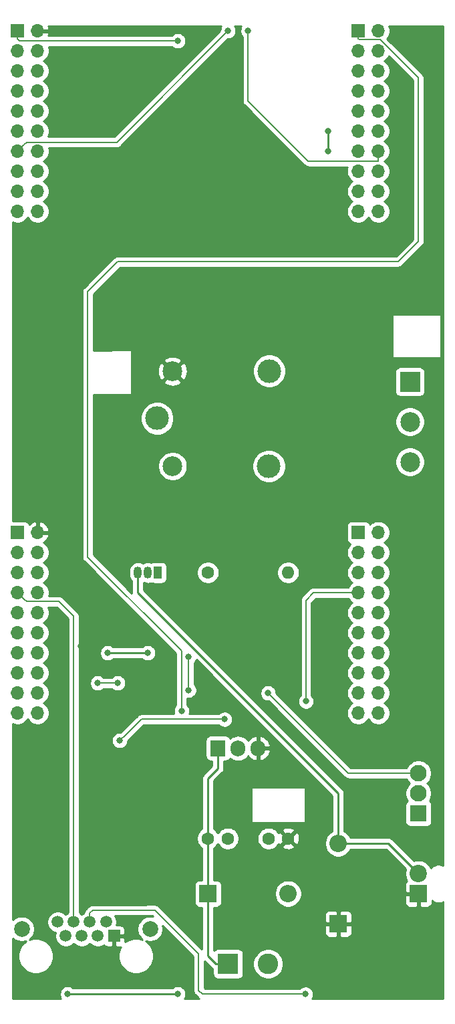
<source format=gbl>
G04 #@! TF.GenerationSoftware,KiCad,Pcbnew,(5.1.12-1-10_14)*
G04 #@! TF.CreationDate,2021-11-28T16:28:55+00:00*
G04 #@! TF.ProjectId,acnode-doorbot,61636e6f-6465-42d6-946f-6f72626f742e,rev?*
G04 #@! TF.SameCoordinates,Original*
G04 #@! TF.FileFunction,Copper,L2,Bot*
G04 #@! TF.FilePolarity,Positive*
%FSLAX46Y46*%
G04 Gerber Fmt 4.6, Leading zero omitted, Abs format (unit mm)*
G04 Created by KiCad (PCBNEW (5.1.12-1-10_14)) date 2021-11-28 16:28:55*
%MOMM*%
%LPD*%
G01*
G04 APERTURE LIST*
G04 #@! TA.AperFunction,ComponentPad*
%ADD10C,1.600000*%
G04 #@! TD*
G04 #@! TA.AperFunction,ComponentPad*
%ADD11R,2.200000X2.200000*%
G04 #@! TD*
G04 #@! TA.AperFunction,ComponentPad*
%ADD12O,2.200000X2.200000*%
G04 #@! TD*
G04 #@! TA.AperFunction,ComponentPad*
%ADD13R,1.700000X1.700000*%
G04 #@! TD*
G04 #@! TA.AperFunction,ComponentPad*
%ADD14O,1.700000X1.700000*%
G04 #@! TD*
G04 #@! TA.AperFunction,ComponentPad*
%ADD15R,2.600000X2.600000*%
G04 #@! TD*
G04 #@! TA.AperFunction,ComponentPad*
%ADD16C,2.600000*%
G04 #@! TD*
G04 #@! TA.AperFunction,ComponentPad*
%ADD17C,2.200000*%
G04 #@! TD*
G04 #@! TA.AperFunction,ComponentPad*
%ADD18R,2.500000X2.500000*%
G04 #@! TD*
G04 #@! TA.AperFunction,ComponentPad*
%ADD19C,2.500000*%
G04 #@! TD*
G04 #@! TA.AperFunction,ComponentPad*
%ADD20R,1.500000X1.500000*%
G04 #@! TD*
G04 #@! TA.AperFunction,ComponentPad*
%ADD21C,1.500000*%
G04 #@! TD*
G04 #@! TA.AperFunction,ComponentPad*
%ADD22C,2.000000*%
G04 #@! TD*
G04 #@! TA.AperFunction,ComponentPad*
%ADD23R,2.100000X2.100000*%
G04 #@! TD*
G04 #@! TA.AperFunction,ComponentPad*
%ADD24C,2.100000*%
G04 #@! TD*
G04 #@! TA.AperFunction,ComponentPad*
%ADD25C,3.000000*%
G04 #@! TD*
G04 #@! TA.AperFunction,ComponentPad*
%ADD26O,1.050000X1.500000*%
G04 #@! TD*
G04 #@! TA.AperFunction,ComponentPad*
%ADD27R,1.050000X1.500000*%
G04 #@! TD*
G04 #@! TA.AperFunction,ComponentPad*
%ADD28O,1.600000X1.600000*%
G04 #@! TD*
G04 #@! TA.AperFunction,ComponentPad*
%ADD29R,1.905000X2.000000*%
G04 #@! TD*
G04 #@! TA.AperFunction,ComponentPad*
%ADD30O,1.905000X2.000000*%
G04 #@! TD*
G04 #@! TA.AperFunction,ViaPad*
%ADD31C,0.800000*%
G04 #@! TD*
G04 #@! TA.AperFunction,Conductor*
%ADD32C,0.250000*%
G04 #@! TD*
G04 #@! TA.AperFunction,Conductor*
%ADD33C,0.152400*%
G04 #@! TD*
G04 #@! TA.AperFunction,Conductor*
%ADD34C,0.254000*%
G04 #@! TD*
G04 #@! TA.AperFunction,Conductor*
%ADD35C,0.100000*%
G04 #@! TD*
G04 APERTURE END LIST*
D10*
X76200000Y-144145000D03*
X78700000Y-144145000D03*
X83860000Y-144145000D03*
X86360000Y-144145000D03*
D11*
X92710000Y-154940000D03*
D12*
X92710000Y-144780000D03*
X86360000Y-151130000D03*
D11*
X76200000Y-151130000D03*
D13*
X52070000Y-41910000D03*
D14*
X54610000Y-41910000D03*
X52070000Y-44450000D03*
X54610000Y-44450000D03*
X52070000Y-46990000D03*
X54610000Y-46990000D03*
X52070000Y-49530000D03*
X54610000Y-49530000D03*
X52070000Y-52070000D03*
X54610000Y-52070000D03*
X52070000Y-54610000D03*
X54610000Y-54610000D03*
X52070000Y-57150000D03*
X54610000Y-57150000D03*
X52070000Y-59690000D03*
X54610000Y-59690000D03*
X52070000Y-62230000D03*
X54610000Y-62230000D03*
X52070000Y-64770000D03*
X54610000Y-64770000D03*
X54610000Y-128270000D03*
X52070000Y-128270000D03*
X54610000Y-125730000D03*
X52070000Y-125730000D03*
X54610000Y-123190000D03*
X52070000Y-123190000D03*
X54610000Y-120650000D03*
X52070000Y-120650000D03*
X54610000Y-118110000D03*
X52070000Y-118110000D03*
X54610000Y-115570000D03*
X52070000Y-115570000D03*
X54610000Y-113030000D03*
X52070000Y-113030000D03*
X54610000Y-110490000D03*
X52070000Y-110490000D03*
X54610000Y-107950000D03*
X52070000Y-107950000D03*
X54610000Y-105410000D03*
D13*
X52070000Y-105410000D03*
D15*
X78740000Y-160020000D03*
D16*
X83820000Y-160020000D03*
D13*
X95250000Y-41910000D03*
D14*
X97790000Y-41910000D03*
X95250000Y-44450000D03*
X97790000Y-44450000D03*
X95250000Y-46990000D03*
X97790000Y-46990000D03*
X95250000Y-49530000D03*
X97790000Y-49530000D03*
X95250000Y-52070000D03*
X97790000Y-52070000D03*
X95250000Y-54610000D03*
X97790000Y-54610000D03*
X95250000Y-57150000D03*
X97790000Y-57150000D03*
X95250000Y-59690000D03*
X97790000Y-59690000D03*
X95250000Y-62230000D03*
X97790000Y-62230000D03*
X95250000Y-64770000D03*
X97790000Y-64770000D03*
X97790000Y-128270000D03*
X95250000Y-128270000D03*
X97790000Y-125730000D03*
X95250000Y-125730000D03*
X97790000Y-123190000D03*
X95250000Y-123190000D03*
X97790000Y-120650000D03*
X95250000Y-120650000D03*
X97790000Y-118110000D03*
X95250000Y-118110000D03*
X97790000Y-115570000D03*
X95250000Y-115570000D03*
X97790000Y-113030000D03*
X95250000Y-113030000D03*
X97790000Y-110490000D03*
X95250000Y-110490000D03*
X97790000Y-107950000D03*
X95250000Y-107950000D03*
X97790000Y-105410000D03*
D13*
X95250000Y-105410000D03*
D11*
X102870000Y-151130000D03*
D17*
X102870000Y-148590000D03*
D18*
X101790000Y-86320000D03*
D19*
X101790000Y-91400000D03*
X101790000Y-96480000D03*
D20*
X64290000Y-156490000D03*
D21*
X62250000Y-156490000D03*
X60210000Y-156490000D03*
X58170000Y-156490000D03*
X63270000Y-154710000D03*
X61230000Y-154710000D03*
X59190000Y-154710000D03*
X57150000Y-154710000D03*
D22*
X52600000Y-155600000D03*
X68860000Y-155600000D03*
D23*
X102870000Y-140970000D03*
D24*
X102870000Y-138430000D03*
X102870000Y-135890000D03*
D19*
X71710000Y-97010000D03*
D25*
X83910000Y-97010000D03*
X83960000Y-84960000D03*
D19*
X71710000Y-85010000D03*
D25*
X69760000Y-90960000D03*
D26*
X68580000Y-110490000D03*
X67310000Y-110490000D03*
D27*
X69850000Y-110490000D03*
D10*
X76200000Y-110490000D03*
D28*
X86360000Y-110490000D03*
D29*
X77470000Y-132715000D03*
D30*
X80010000Y-132715000D03*
X82550000Y-132715000D03*
D31*
X58420000Y-163830000D03*
X72390000Y-163830000D03*
X68580000Y-120650000D03*
X63500000Y-120650000D03*
X91440000Y-54610000D03*
X91440000Y-57150000D03*
X80010000Y-68580000D03*
X80010000Y-74930000D03*
X60071000Y-119761000D03*
X57785000Y-119761000D03*
X72390000Y-43180000D03*
X78740000Y-41910000D03*
X83820000Y-125730000D03*
X64770000Y-124460000D03*
X62230000Y-124460000D03*
X72860000Y-127980000D03*
X81280000Y-41910000D03*
X65020000Y-131740000D03*
X78310000Y-129060000D03*
X73750000Y-125380000D03*
X73750000Y-121150000D03*
X88560000Y-163850000D03*
X88620000Y-126770000D03*
D32*
X77190000Y-160020000D02*
X78740000Y-160020000D01*
X76200000Y-159030000D02*
X77190000Y-160020000D01*
X76200000Y-151130000D02*
X76200000Y-159030000D01*
X76200000Y-151130000D02*
X76200000Y-144145000D01*
X77470000Y-135255000D02*
X77470000Y-132715000D01*
X76200000Y-144145000D02*
X76200000Y-136525000D01*
X76200000Y-136525000D02*
X77470000Y-135255000D01*
X58420000Y-163830000D02*
X72390000Y-163830000D01*
X68580000Y-120650000D02*
X63500000Y-120650000D01*
X91440000Y-54610000D02*
X91440000Y-57150000D01*
X99060000Y-144780000D02*
X102870000Y-148590000D01*
X92710000Y-144780000D02*
X99060000Y-144780000D01*
X92710000Y-144780000D02*
X92710000Y-138430000D01*
X67310000Y-113030000D02*
X67310000Y-110490000D01*
X92710000Y-138430000D02*
X67310000Y-113030000D01*
D33*
X52070000Y-42912400D02*
X52070000Y-41910000D01*
X52337600Y-43180000D02*
X52070000Y-42912400D01*
X72390000Y-43180000D02*
X52337600Y-43180000D01*
X52919999Y-56300001D02*
X52070000Y-57150000D01*
X53196201Y-56023799D02*
X52919999Y-56300001D01*
X64626201Y-56023799D02*
X53196201Y-56023799D01*
X78740000Y-41910000D02*
X64626201Y-56023799D01*
X102870000Y-135890000D02*
X93980000Y-135890000D01*
X93980000Y-135890000D02*
X83820000Y-125730000D01*
X64770000Y-124460000D02*
X62230000Y-124460000D01*
X52919999Y-113879999D02*
X52070000Y-113030000D01*
X53196201Y-114156201D02*
X52919999Y-113879999D01*
X57336201Y-114156201D02*
X53196201Y-114156201D01*
X59190000Y-116010000D02*
X57336201Y-114156201D01*
X59190000Y-154710000D02*
X59190000Y-116010000D01*
X95250000Y-42912400D02*
X95250000Y-41910000D01*
X95373801Y-43036201D02*
X95250000Y-42912400D01*
X98042979Y-43036201D02*
X95373801Y-43036201D01*
X102870000Y-47863222D02*
X98042979Y-43036201D01*
X102870000Y-68580000D02*
X102870000Y-47863222D01*
X64770000Y-71120000D02*
X100330000Y-71120000D01*
X100330000Y-71120000D02*
X102870000Y-68580000D01*
X60960000Y-74930000D02*
X64770000Y-71120000D01*
X72860000Y-127980000D02*
X72860000Y-120410000D01*
X60960000Y-108510000D02*
X60960000Y-74930000D01*
X72860000Y-120410000D02*
X60960000Y-108510000D01*
X97790000Y-58420000D02*
X97790000Y-57150000D01*
X88900000Y-58420000D02*
X97790000Y-58420000D01*
X81280000Y-41910000D02*
X81280000Y-50800000D01*
X81280000Y-50800000D02*
X88900000Y-58420000D01*
X65419999Y-131340001D02*
X65509999Y-131340001D01*
X65020000Y-131740000D02*
X65419999Y-131340001D01*
X65509999Y-131340001D02*
X67790000Y-129060000D01*
X67790000Y-129060000D02*
X78310000Y-129060000D01*
X73750000Y-125380000D02*
X73750000Y-124814315D01*
X73750000Y-124814315D02*
X73750000Y-121150000D01*
X61230000Y-154710000D02*
X61230000Y-153590000D01*
X61230000Y-153590000D02*
X61580000Y-153240000D01*
X68388778Y-153240000D02*
X68408778Y-153220000D01*
X61580000Y-153240000D02*
X68388778Y-153240000D01*
X68408778Y-153220000D02*
X69480000Y-153220000D01*
X69480000Y-153220000D02*
X75030000Y-158770000D01*
X75030000Y-158770000D02*
X75030000Y-159407162D01*
X75030000Y-159407162D02*
X75030000Y-163370000D01*
X75030000Y-163370000D02*
X75510000Y-163850000D01*
X75510000Y-163850000D02*
X88560000Y-163850000D01*
X88620000Y-126770000D02*
X88620000Y-114000000D01*
X89590000Y-113030000D02*
X95250000Y-113030000D01*
X88620000Y-114000000D02*
X89590000Y-113030000D01*
D34*
X58478801Y-116304590D02*
X58478800Y-153519484D01*
X58307114Y-153634201D01*
X58170000Y-153771315D01*
X58032886Y-153634201D01*
X57806043Y-153482629D01*
X57553989Y-153378225D01*
X57286411Y-153325000D01*
X57013589Y-153325000D01*
X56746011Y-153378225D01*
X56493957Y-153482629D01*
X56267114Y-153634201D01*
X56074201Y-153827114D01*
X55922629Y-154053957D01*
X55818225Y-154306011D01*
X55765000Y-154573589D01*
X55765000Y-154846411D01*
X55818225Y-155113989D01*
X55922629Y-155366043D01*
X56074201Y-155592886D01*
X56267114Y-155785799D01*
X56493957Y-155937371D01*
X56746011Y-156041775D01*
X56848134Y-156062089D01*
X56838225Y-156086011D01*
X56785000Y-156353589D01*
X56785000Y-156626411D01*
X56838225Y-156893989D01*
X56942629Y-157146043D01*
X57094201Y-157372886D01*
X57287114Y-157565799D01*
X57513957Y-157717371D01*
X57766011Y-157821775D01*
X58033589Y-157875000D01*
X58306411Y-157875000D01*
X58573989Y-157821775D01*
X58826043Y-157717371D01*
X59052886Y-157565799D01*
X59190000Y-157428685D01*
X59327114Y-157565799D01*
X59553957Y-157717371D01*
X59806011Y-157821775D01*
X60073589Y-157875000D01*
X60346411Y-157875000D01*
X60613989Y-157821775D01*
X60866043Y-157717371D01*
X61092886Y-157565799D01*
X61230000Y-157428685D01*
X61367114Y-157565799D01*
X61593957Y-157717371D01*
X61846011Y-157821775D01*
X62113589Y-157875000D01*
X62386411Y-157875000D01*
X62653989Y-157821775D01*
X62906043Y-157717371D01*
X63037965Y-157629224D01*
X63088815Y-157691185D01*
X63185506Y-157770537D01*
X63295820Y-157829502D01*
X63415518Y-157865812D01*
X63540000Y-157878072D01*
X64004250Y-157875000D01*
X64163000Y-157716250D01*
X64163000Y-156617000D01*
X64143000Y-156617000D01*
X64143000Y-156363000D01*
X64163000Y-156363000D01*
X64163000Y-156343000D01*
X64417000Y-156343000D01*
X64417000Y-156363000D01*
X65516250Y-156363000D01*
X65675000Y-156204250D01*
X65678072Y-155740000D01*
X65665812Y-155615518D01*
X65629502Y-155495820D01*
X65570537Y-155385506D01*
X65491185Y-155288815D01*
X65394494Y-155209463D01*
X65284180Y-155150498D01*
X65164482Y-155114188D01*
X65040000Y-155101928D01*
X64603600Y-155104816D01*
X64655000Y-154846411D01*
X64655000Y-154573589D01*
X64601775Y-154306011D01*
X64497371Y-154053957D01*
X64428711Y-153951200D01*
X68353852Y-153951200D01*
X68388778Y-153954640D01*
X68423704Y-153951200D01*
X68423714Y-153951200D01*
X68528198Y-153940909D01*
X68560204Y-153931200D01*
X69185413Y-153931200D01*
X69268421Y-154014208D01*
X69021033Y-153965000D01*
X68698967Y-153965000D01*
X68383088Y-154027832D01*
X68085537Y-154151082D01*
X67817748Y-154330013D01*
X67590013Y-154557748D01*
X67411082Y-154825537D01*
X67287832Y-155123088D01*
X67225000Y-155438967D01*
X67225000Y-155761033D01*
X67287832Y-156076912D01*
X67411082Y-156374463D01*
X67590013Y-156642252D01*
X67817748Y-156869987D01*
X67894105Y-156921007D01*
X67739218Y-156856851D01*
X67302591Y-156770000D01*
X66857409Y-156770000D01*
X66420782Y-156856851D01*
X66009489Y-157027214D01*
X65677159Y-157249270D01*
X65678072Y-157240000D01*
X65675000Y-156775750D01*
X65516250Y-156617000D01*
X64417000Y-156617000D01*
X64417000Y-157716250D01*
X64575750Y-157875000D01*
X65040000Y-157878072D01*
X65138069Y-157868413D01*
X65077214Y-157959489D01*
X64906851Y-158370782D01*
X64820000Y-158807409D01*
X64820000Y-159252591D01*
X64906851Y-159689218D01*
X65077214Y-160100511D01*
X65324544Y-160470666D01*
X65639334Y-160785456D01*
X66009489Y-161032786D01*
X66420782Y-161203149D01*
X66857409Y-161290000D01*
X67302591Y-161290000D01*
X67739218Y-161203149D01*
X68150511Y-161032786D01*
X68520666Y-160785456D01*
X68835456Y-160470666D01*
X69082786Y-160100511D01*
X69253149Y-159689218D01*
X69340000Y-159252591D01*
X69340000Y-158807409D01*
X69253149Y-158370782D01*
X69082786Y-157959489D01*
X68835456Y-157589334D01*
X68520666Y-157274544D01*
X68341944Y-157155125D01*
X68383088Y-157172168D01*
X68698967Y-157235000D01*
X69021033Y-157235000D01*
X69336912Y-157172168D01*
X69634463Y-157048918D01*
X69902252Y-156869987D01*
X70129987Y-156642252D01*
X70308918Y-156374463D01*
X70432168Y-156076912D01*
X70495000Y-155761033D01*
X70495000Y-155438967D01*
X70445792Y-155191579D01*
X74318800Y-159064589D01*
X74318800Y-159372227D01*
X74318801Y-163335064D01*
X74315360Y-163370000D01*
X74318801Y-163404936D01*
X74329092Y-163509420D01*
X74369759Y-163643481D01*
X74435799Y-163767033D01*
X74524674Y-163875327D01*
X74551809Y-163897596D01*
X74982406Y-164328195D01*
X75004673Y-164355327D01*
X75031804Y-164377593D01*
X75031809Y-164377598D01*
X75077384Y-164415000D01*
X73243899Y-164415000D01*
X73307205Y-164320256D01*
X73385226Y-164131898D01*
X73425000Y-163931939D01*
X73425000Y-163728061D01*
X73385226Y-163528102D01*
X73307205Y-163339744D01*
X73193937Y-163170226D01*
X73049774Y-163026063D01*
X72880256Y-162912795D01*
X72691898Y-162834774D01*
X72491939Y-162795000D01*
X72288061Y-162795000D01*
X72088102Y-162834774D01*
X71899744Y-162912795D01*
X71730226Y-163026063D01*
X71686289Y-163070000D01*
X59123711Y-163070000D01*
X59079774Y-163026063D01*
X58910256Y-162912795D01*
X58721898Y-162834774D01*
X58521939Y-162795000D01*
X58318061Y-162795000D01*
X58118102Y-162834774D01*
X57929744Y-162912795D01*
X57760226Y-163026063D01*
X57616063Y-163170226D01*
X57502795Y-163339744D01*
X57424774Y-163528102D01*
X57385000Y-163728061D01*
X57385000Y-163931939D01*
X57424774Y-164131898D01*
X57502795Y-164320256D01*
X57566101Y-164415000D01*
X51485000Y-164415000D01*
X51485000Y-156797239D01*
X51557748Y-156869987D01*
X51825537Y-157048918D01*
X52123088Y-157172168D01*
X52438967Y-157235000D01*
X52761033Y-157235000D01*
X53076912Y-157172168D01*
X53118056Y-157155125D01*
X52939334Y-157274544D01*
X52624544Y-157589334D01*
X52377214Y-157959489D01*
X52206851Y-158370782D01*
X52120000Y-158807409D01*
X52120000Y-159252591D01*
X52206851Y-159689218D01*
X52377214Y-160100511D01*
X52624544Y-160470666D01*
X52939334Y-160785456D01*
X53309489Y-161032786D01*
X53720782Y-161203149D01*
X54157409Y-161290000D01*
X54602591Y-161290000D01*
X55039218Y-161203149D01*
X55450511Y-161032786D01*
X55820666Y-160785456D01*
X56135456Y-160470666D01*
X56382786Y-160100511D01*
X56553149Y-159689218D01*
X56640000Y-159252591D01*
X56640000Y-158807409D01*
X56553149Y-158370782D01*
X56382786Y-157959489D01*
X56135456Y-157589334D01*
X55820666Y-157274544D01*
X55450511Y-157027214D01*
X55039218Y-156856851D01*
X54602591Y-156770000D01*
X54157409Y-156770000D01*
X53720782Y-156856851D01*
X53565895Y-156921007D01*
X53642252Y-156869987D01*
X53869987Y-156642252D01*
X54048918Y-156374463D01*
X54172168Y-156076912D01*
X54235000Y-155761033D01*
X54235000Y-155438967D01*
X54172168Y-155123088D01*
X54048918Y-154825537D01*
X53869987Y-154557748D01*
X53642252Y-154330013D01*
X53374463Y-154151082D01*
X53076912Y-154027832D01*
X52761033Y-153965000D01*
X52438967Y-153965000D01*
X52123088Y-154027832D01*
X51825537Y-154151082D01*
X51557748Y-154330013D01*
X51485000Y-154402761D01*
X51485000Y-129635037D01*
X51636842Y-129697932D01*
X51923740Y-129755000D01*
X52216260Y-129755000D01*
X52503158Y-129697932D01*
X52773411Y-129585990D01*
X53016632Y-129423475D01*
X53223475Y-129216632D01*
X53340000Y-129042240D01*
X53456525Y-129216632D01*
X53663368Y-129423475D01*
X53906589Y-129585990D01*
X54176842Y-129697932D01*
X54463740Y-129755000D01*
X54756260Y-129755000D01*
X55043158Y-129697932D01*
X55313411Y-129585990D01*
X55556632Y-129423475D01*
X55763475Y-129216632D01*
X55925990Y-128973411D01*
X56037932Y-128703158D01*
X56095000Y-128416260D01*
X56095000Y-128123740D01*
X56037932Y-127836842D01*
X55925990Y-127566589D01*
X55763475Y-127323368D01*
X55556632Y-127116525D01*
X55382240Y-127000000D01*
X55556632Y-126883475D01*
X55763475Y-126676632D01*
X55925990Y-126433411D01*
X56037932Y-126163158D01*
X56095000Y-125876260D01*
X56095000Y-125583740D01*
X56037932Y-125296842D01*
X55925990Y-125026589D01*
X55763475Y-124783368D01*
X55556632Y-124576525D01*
X55382240Y-124460000D01*
X55556632Y-124343475D01*
X55763475Y-124136632D01*
X55925990Y-123893411D01*
X56037932Y-123623158D01*
X56095000Y-123336260D01*
X56095000Y-123043740D01*
X56037932Y-122756842D01*
X55925990Y-122486589D01*
X55763475Y-122243368D01*
X55556632Y-122036525D01*
X55382240Y-121920000D01*
X55556632Y-121803475D01*
X55763475Y-121596632D01*
X55925990Y-121353411D01*
X56037932Y-121083158D01*
X56095000Y-120796260D01*
X56095000Y-120503740D01*
X56037932Y-120216842D01*
X55925990Y-119946589D01*
X55763475Y-119703368D01*
X55556632Y-119496525D01*
X55382240Y-119380000D01*
X55556632Y-119263475D01*
X55763475Y-119056632D01*
X55925990Y-118813411D01*
X56037932Y-118543158D01*
X56095000Y-118256260D01*
X56095000Y-117963740D01*
X56037932Y-117676842D01*
X55925990Y-117406589D01*
X55763475Y-117163368D01*
X55556632Y-116956525D01*
X55382240Y-116840000D01*
X55556632Y-116723475D01*
X55763475Y-116516632D01*
X55925990Y-116273411D01*
X56037932Y-116003158D01*
X56095000Y-115716260D01*
X56095000Y-115423740D01*
X56037932Y-115136842D01*
X55926326Y-114867401D01*
X57041614Y-114867401D01*
X58478801Y-116304590D01*
G04 #@! TA.AperFunction,Conductor*
D35*
G36*
X58478801Y-116304590D02*
G01*
X58478800Y-153519484D01*
X58307114Y-153634201D01*
X58170000Y-153771315D01*
X58032886Y-153634201D01*
X57806043Y-153482629D01*
X57553989Y-153378225D01*
X57286411Y-153325000D01*
X57013589Y-153325000D01*
X56746011Y-153378225D01*
X56493957Y-153482629D01*
X56267114Y-153634201D01*
X56074201Y-153827114D01*
X55922629Y-154053957D01*
X55818225Y-154306011D01*
X55765000Y-154573589D01*
X55765000Y-154846411D01*
X55818225Y-155113989D01*
X55922629Y-155366043D01*
X56074201Y-155592886D01*
X56267114Y-155785799D01*
X56493957Y-155937371D01*
X56746011Y-156041775D01*
X56848134Y-156062089D01*
X56838225Y-156086011D01*
X56785000Y-156353589D01*
X56785000Y-156626411D01*
X56838225Y-156893989D01*
X56942629Y-157146043D01*
X57094201Y-157372886D01*
X57287114Y-157565799D01*
X57513957Y-157717371D01*
X57766011Y-157821775D01*
X58033589Y-157875000D01*
X58306411Y-157875000D01*
X58573989Y-157821775D01*
X58826043Y-157717371D01*
X59052886Y-157565799D01*
X59190000Y-157428685D01*
X59327114Y-157565799D01*
X59553957Y-157717371D01*
X59806011Y-157821775D01*
X60073589Y-157875000D01*
X60346411Y-157875000D01*
X60613989Y-157821775D01*
X60866043Y-157717371D01*
X61092886Y-157565799D01*
X61230000Y-157428685D01*
X61367114Y-157565799D01*
X61593957Y-157717371D01*
X61846011Y-157821775D01*
X62113589Y-157875000D01*
X62386411Y-157875000D01*
X62653989Y-157821775D01*
X62906043Y-157717371D01*
X63037965Y-157629224D01*
X63088815Y-157691185D01*
X63185506Y-157770537D01*
X63295820Y-157829502D01*
X63415518Y-157865812D01*
X63540000Y-157878072D01*
X64004250Y-157875000D01*
X64163000Y-157716250D01*
X64163000Y-156617000D01*
X64143000Y-156617000D01*
X64143000Y-156363000D01*
X64163000Y-156363000D01*
X64163000Y-156343000D01*
X64417000Y-156343000D01*
X64417000Y-156363000D01*
X65516250Y-156363000D01*
X65675000Y-156204250D01*
X65678072Y-155740000D01*
X65665812Y-155615518D01*
X65629502Y-155495820D01*
X65570537Y-155385506D01*
X65491185Y-155288815D01*
X65394494Y-155209463D01*
X65284180Y-155150498D01*
X65164482Y-155114188D01*
X65040000Y-155101928D01*
X64603600Y-155104816D01*
X64655000Y-154846411D01*
X64655000Y-154573589D01*
X64601775Y-154306011D01*
X64497371Y-154053957D01*
X64428711Y-153951200D01*
X68353852Y-153951200D01*
X68388778Y-153954640D01*
X68423704Y-153951200D01*
X68423714Y-153951200D01*
X68528198Y-153940909D01*
X68560204Y-153931200D01*
X69185413Y-153931200D01*
X69268421Y-154014208D01*
X69021033Y-153965000D01*
X68698967Y-153965000D01*
X68383088Y-154027832D01*
X68085537Y-154151082D01*
X67817748Y-154330013D01*
X67590013Y-154557748D01*
X67411082Y-154825537D01*
X67287832Y-155123088D01*
X67225000Y-155438967D01*
X67225000Y-155761033D01*
X67287832Y-156076912D01*
X67411082Y-156374463D01*
X67590013Y-156642252D01*
X67817748Y-156869987D01*
X67894105Y-156921007D01*
X67739218Y-156856851D01*
X67302591Y-156770000D01*
X66857409Y-156770000D01*
X66420782Y-156856851D01*
X66009489Y-157027214D01*
X65677159Y-157249270D01*
X65678072Y-157240000D01*
X65675000Y-156775750D01*
X65516250Y-156617000D01*
X64417000Y-156617000D01*
X64417000Y-157716250D01*
X64575750Y-157875000D01*
X65040000Y-157878072D01*
X65138069Y-157868413D01*
X65077214Y-157959489D01*
X64906851Y-158370782D01*
X64820000Y-158807409D01*
X64820000Y-159252591D01*
X64906851Y-159689218D01*
X65077214Y-160100511D01*
X65324544Y-160470666D01*
X65639334Y-160785456D01*
X66009489Y-161032786D01*
X66420782Y-161203149D01*
X66857409Y-161290000D01*
X67302591Y-161290000D01*
X67739218Y-161203149D01*
X68150511Y-161032786D01*
X68520666Y-160785456D01*
X68835456Y-160470666D01*
X69082786Y-160100511D01*
X69253149Y-159689218D01*
X69340000Y-159252591D01*
X69340000Y-158807409D01*
X69253149Y-158370782D01*
X69082786Y-157959489D01*
X68835456Y-157589334D01*
X68520666Y-157274544D01*
X68341944Y-157155125D01*
X68383088Y-157172168D01*
X68698967Y-157235000D01*
X69021033Y-157235000D01*
X69336912Y-157172168D01*
X69634463Y-157048918D01*
X69902252Y-156869987D01*
X70129987Y-156642252D01*
X70308918Y-156374463D01*
X70432168Y-156076912D01*
X70495000Y-155761033D01*
X70495000Y-155438967D01*
X70445792Y-155191579D01*
X74318800Y-159064589D01*
X74318800Y-159372227D01*
X74318801Y-163335064D01*
X74315360Y-163370000D01*
X74318801Y-163404936D01*
X74329092Y-163509420D01*
X74369759Y-163643481D01*
X74435799Y-163767033D01*
X74524674Y-163875327D01*
X74551809Y-163897596D01*
X74982406Y-164328195D01*
X75004673Y-164355327D01*
X75031804Y-164377593D01*
X75031809Y-164377598D01*
X75077384Y-164415000D01*
X73243899Y-164415000D01*
X73307205Y-164320256D01*
X73385226Y-164131898D01*
X73425000Y-163931939D01*
X73425000Y-163728061D01*
X73385226Y-163528102D01*
X73307205Y-163339744D01*
X73193937Y-163170226D01*
X73049774Y-163026063D01*
X72880256Y-162912795D01*
X72691898Y-162834774D01*
X72491939Y-162795000D01*
X72288061Y-162795000D01*
X72088102Y-162834774D01*
X71899744Y-162912795D01*
X71730226Y-163026063D01*
X71686289Y-163070000D01*
X59123711Y-163070000D01*
X59079774Y-163026063D01*
X58910256Y-162912795D01*
X58721898Y-162834774D01*
X58521939Y-162795000D01*
X58318061Y-162795000D01*
X58118102Y-162834774D01*
X57929744Y-162912795D01*
X57760226Y-163026063D01*
X57616063Y-163170226D01*
X57502795Y-163339744D01*
X57424774Y-163528102D01*
X57385000Y-163728061D01*
X57385000Y-163931939D01*
X57424774Y-164131898D01*
X57502795Y-164320256D01*
X57566101Y-164415000D01*
X51485000Y-164415000D01*
X51485000Y-156797239D01*
X51557748Y-156869987D01*
X51825537Y-157048918D01*
X52123088Y-157172168D01*
X52438967Y-157235000D01*
X52761033Y-157235000D01*
X53076912Y-157172168D01*
X53118056Y-157155125D01*
X52939334Y-157274544D01*
X52624544Y-157589334D01*
X52377214Y-157959489D01*
X52206851Y-158370782D01*
X52120000Y-158807409D01*
X52120000Y-159252591D01*
X52206851Y-159689218D01*
X52377214Y-160100511D01*
X52624544Y-160470666D01*
X52939334Y-160785456D01*
X53309489Y-161032786D01*
X53720782Y-161203149D01*
X54157409Y-161290000D01*
X54602591Y-161290000D01*
X55039218Y-161203149D01*
X55450511Y-161032786D01*
X55820666Y-160785456D01*
X56135456Y-160470666D01*
X56382786Y-160100511D01*
X56553149Y-159689218D01*
X56640000Y-159252591D01*
X56640000Y-158807409D01*
X56553149Y-158370782D01*
X56382786Y-157959489D01*
X56135456Y-157589334D01*
X55820666Y-157274544D01*
X55450511Y-157027214D01*
X55039218Y-156856851D01*
X54602591Y-156770000D01*
X54157409Y-156770000D01*
X53720782Y-156856851D01*
X53565895Y-156921007D01*
X53642252Y-156869987D01*
X53869987Y-156642252D01*
X54048918Y-156374463D01*
X54172168Y-156076912D01*
X54235000Y-155761033D01*
X54235000Y-155438967D01*
X54172168Y-155123088D01*
X54048918Y-154825537D01*
X53869987Y-154557748D01*
X53642252Y-154330013D01*
X53374463Y-154151082D01*
X53076912Y-154027832D01*
X52761033Y-153965000D01*
X52438967Y-153965000D01*
X52123088Y-154027832D01*
X51825537Y-154151082D01*
X51557748Y-154330013D01*
X51485000Y-154402761D01*
X51485000Y-129635037D01*
X51636842Y-129697932D01*
X51923740Y-129755000D01*
X52216260Y-129755000D01*
X52503158Y-129697932D01*
X52773411Y-129585990D01*
X53016632Y-129423475D01*
X53223475Y-129216632D01*
X53340000Y-129042240D01*
X53456525Y-129216632D01*
X53663368Y-129423475D01*
X53906589Y-129585990D01*
X54176842Y-129697932D01*
X54463740Y-129755000D01*
X54756260Y-129755000D01*
X55043158Y-129697932D01*
X55313411Y-129585990D01*
X55556632Y-129423475D01*
X55763475Y-129216632D01*
X55925990Y-128973411D01*
X56037932Y-128703158D01*
X56095000Y-128416260D01*
X56095000Y-128123740D01*
X56037932Y-127836842D01*
X55925990Y-127566589D01*
X55763475Y-127323368D01*
X55556632Y-127116525D01*
X55382240Y-127000000D01*
X55556632Y-126883475D01*
X55763475Y-126676632D01*
X55925990Y-126433411D01*
X56037932Y-126163158D01*
X56095000Y-125876260D01*
X56095000Y-125583740D01*
X56037932Y-125296842D01*
X55925990Y-125026589D01*
X55763475Y-124783368D01*
X55556632Y-124576525D01*
X55382240Y-124460000D01*
X55556632Y-124343475D01*
X55763475Y-124136632D01*
X55925990Y-123893411D01*
X56037932Y-123623158D01*
X56095000Y-123336260D01*
X56095000Y-123043740D01*
X56037932Y-122756842D01*
X55925990Y-122486589D01*
X55763475Y-122243368D01*
X55556632Y-122036525D01*
X55382240Y-121920000D01*
X55556632Y-121803475D01*
X55763475Y-121596632D01*
X55925990Y-121353411D01*
X56037932Y-121083158D01*
X56095000Y-120796260D01*
X56095000Y-120503740D01*
X56037932Y-120216842D01*
X55925990Y-119946589D01*
X55763475Y-119703368D01*
X55556632Y-119496525D01*
X55382240Y-119380000D01*
X55556632Y-119263475D01*
X55763475Y-119056632D01*
X55925990Y-118813411D01*
X56037932Y-118543158D01*
X56095000Y-118256260D01*
X56095000Y-117963740D01*
X56037932Y-117676842D01*
X55925990Y-117406589D01*
X55763475Y-117163368D01*
X55556632Y-116956525D01*
X55382240Y-116840000D01*
X55556632Y-116723475D01*
X55763475Y-116516632D01*
X55925990Y-116273411D01*
X56037932Y-116003158D01*
X56095000Y-115716260D01*
X56095000Y-115423740D01*
X56037932Y-115136842D01*
X55926326Y-114867401D01*
X57041614Y-114867401D01*
X58478801Y-116304590D01*
G37*
G04 #@! TD.AperFunction*
D34*
X80362795Y-41419744D02*
X80284774Y-41608102D01*
X80245000Y-41808061D01*
X80245000Y-42011939D01*
X80284774Y-42211898D01*
X80362795Y-42400256D01*
X80476063Y-42569774D01*
X80568800Y-42662511D01*
X80568801Y-50765064D01*
X80565360Y-50800000D01*
X80568801Y-50834936D01*
X80579092Y-50939420D01*
X80619759Y-51073481D01*
X80685799Y-51197033D01*
X80774674Y-51305327D01*
X80801810Y-51327597D01*
X88372407Y-58898196D01*
X88394673Y-58925327D01*
X88421804Y-58947593D01*
X88421808Y-58947597D01*
X88502967Y-59014202D01*
X88626519Y-59080242D01*
X88760580Y-59120909D01*
X88865064Y-59131200D01*
X88865073Y-59131200D01*
X88899999Y-59134640D01*
X88934925Y-59131200D01*
X93874110Y-59131200D01*
X93822068Y-59256842D01*
X93765000Y-59543740D01*
X93765000Y-59836260D01*
X93822068Y-60123158D01*
X93934010Y-60393411D01*
X94096525Y-60636632D01*
X94303368Y-60843475D01*
X94477760Y-60960000D01*
X94303368Y-61076525D01*
X94096525Y-61283368D01*
X93934010Y-61526589D01*
X93822068Y-61796842D01*
X93765000Y-62083740D01*
X93765000Y-62376260D01*
X93822068Y-62663158D01*
X93934010Y-62933411D01*
X94096525Y-63176632D01*
X94303368Y-63383475D01*
X94477760Y-63500000D01*
X94303368Y-63616525D01*
X94096525Y-63823368D01*
X93934010Y-64066589D01*
X93822068Y-64336842D01*
X93765000Y-64623740D01*
X93765000Y-64916260D01*
X93822068Y-65203158D01*
X93934010Y-65473411D01*
X94096525Y-65716632D01*
X94303368Y-65923475D01*
X94546589Y-66085990D01*
X94816842Y-66197932D01*
X95103740Y-66255000D01*
X95396260Y-66255000D01*
X95683158Y-66197932D01*
X95953411Y-66085990D01*
X96196632Y-65923475D01*
X96403475Y-65716632D01*
X96520000Y-65542240D01*
X96636525Y-65716632D01*
X96843368Y-65923475D01*
X97086589Y-66085990D01*
X97356842Y-66197932D01*
X97643740Y-66255000D01*
X97936260Y-66255000D01*
X98223158Y-66197932D01*
X98493411Y-66085990D01*
X98736632Y-65923475D01*
X98943475Y-65716632D01*
X99105990Y-65473411D01*
X99217932Y-65203158D01*
X99275000Y-64916260D01*
X99275000Y-64623740D01*
X99217932Y-64336842D01*
X99105990Y-64066589D01*
X98943475Y-63823368D01*
X98736632Y-63616525D01*
X98562240Y-63500000D01*
X98736632Y-63383475D01*
X98943475Y-63176632D01*
X99105990Y-62933411D01*
X99217932Y-62663158D01*
X99275000Y-62376260D01*
X99275000Y-62083740D01*
X99217932Y-61796842D01*
X99105990Y-61526589D01*
X98943475Y-61283368D01*
X98736632Y-61076525D01*
X98562240Y-60960000D01*
X98736632Y-60843475D01*
X98943475Y-60636632D01*
X99105990Y-60393411D01*
X99217932Y-60123158D01*
X99275000Y-59836260D01*
X99275000Y-59543740D01*
X99217932Y-59256842D01*
X99105990Y-58986589D01*
X98943475Y-58743368D01*
X98736632Y-58536525D01*
X98562240Y-58420000D01*
X98736632Y-58303475D01*
X98943475Y-58096632D01*
X99105990Y-57853411D01*
X99217932Y-57583158D01*
X99275000Y-57296260D01*
X99275000Y-57003740D01*
X99217932Y-56716842D01*
X99105990Y-56446589D01*
X98943475Y-56203368D01*
X98736632Y-55996525D01*
X98562240Y-55880000D01*
X98736632Y-55763475D01*
X98943475Y-55556632D01*
X99105990Y-55313411D01*
X99217932Y-55043158D01*
X99275000Y-54756260D01*
X99275000Y-54463740D01*
X99217932Y-54176842D01*
X99105990Y-53906589D01*
X98943475Y-53663368D01*
X98736632Y-53456525D01*
X98562240Y-53340000D01*
X98736632Y-53223475D01*
X98943475Y-53016632D01*
X99105990Y-52773411D01*
X99217932Y-52503158D01*
X99275000Y-52216260D01*
X99275000Y-51923740D01*
X99217932Y-51636842D01*
X99105990Y-51366589D01*
X98943475Y-51123368D01*
X98736632Y-50916525D01*
X98562240Y-50800000D01*
X98736632Y-50683475D01*
X98943475Y-50476632D01*
X99105990Y-50233411D01*
X99217932Y-49963158D01*
X99275000Y-49676260D01*
X99275000Y-49383740D01*
X99217932Y-49096842D01*
X99105990Y-48826589D01*
X98943475Y-48583368D01*
X98736632Y-48376525D01*
X98562240Y-48260000D01*
X98736632Y-48143475D01*
X98943475Y-47936632D01*
X99105990Y-47693411D01*
X99217932Y-47423158D01*
X99275000Y-47136260D01*
X99275000Y-46843740D01*
X99217932Y-46556842D01*
X99105990Y-46286589D01*
X98943475Y-46043368D01*
X98736632Y-45836525D01*
X98562240Y-45720000D01*
X98736632Y-45603475D01*
X98943475Y-45396632D01*
X99105990Y-45153411D01*
X99120169Y-45119179D01*
X102158801Y-48157812D01*
X102158800Y-68285411D01*
X100035413Y-70408800D01*
X64804928Y-70408800D01*
X64770000Y-70405360D01*
X64735071Y-70408800D01*
X64735064Y-70408800D01*
X64630580Y-70419091D01*
X64496518Y-70459758D01*
X64372967Y-70525798D01*
X64291809Y-70592402D01*
X64291804Y-70592407D01*
X64264673Y-70614673D01*
X64242407Y-70641804D01*
X60481810Y-74402403D01*
X60454674Y-74424673D01*
X60432404Y-74451809D01*
X60432403Y-74451810D01*
X60365798Y-74532968D01*
X60299759Y-74656519D01*
X60259092Y-74790581D01*
X60245360Y-74930000D01*
X60248801Y-74964936D01*
X60248800Y-108475074D01*
X60245360Y-108510000D01*
X60248800Y-108544926D01*
X60248800Y-108544935D01*
X60259091Y-108649419D01*
X60299758Y-108783480D01*
X60365798Y-108907032D01*
X60454673Y-109015326D01*
X60481811Y-109037598D01*
X72148801Y-120704590D01*
X72148800Y-127227489D01*
X72056063Y-127320226D01*
X71942795Y-127489744D01*
X71864774Y-127678102D01*
X71825000Y-127878061D01*
X71825000Y-128081939D01*
X71864774Y-128281898D01*
X71892486Y-128348800D01*
X67824925Y-128348800D01*
X67789999Y-128345360D01*
X67755073Y-128348800D01*
X67755064Y-128348800D01*
X67650580Y-128359091D01*
X67516519Y-128399758D01*
X67392967Y-128465798D01*
X67311808Y-128532403D01*
X67311804Y-128532407D01*
X67284673Y-128554673D01*
X67262407Y-128581804D01*
X65172264Y-130671949D01*
X65146518Y-130679759D01*
X65099295Y-130705000D01*
X64918061Y-130705000D01*
X64718102Y-130744774D01*
X64529744Y-130822795D01*
X64360226Y-130936063D01*
X64216063Y-131080226D01*
X64102795Y-131249744D01*
X64024774Y-131438102D01*
X63985000Y-131638061D01*
X63985000Y-131841939D01*
X64024774Y-132041898D01*
X64102795Y-132230256D01*
X64216063Y-132399774D01*
X64360226Y-132543937D01*
X64529744Y-132657205D01*
X64718102Y-132735226D01*
X64918061Y-132775000D01*
X65121939Y-132775000D01*
X65321898Y-132735226D01*
X65510256Y-132657205D01*
X65679774Y-132543937D01*
X65823937Y-132399774D01*
X65937205Y-132230256D01*
X66015226Y-132041898D01*
X66055000Y-131841939D01*
X66055000Y-131800787D01*
X68084589Y-129771200D01*
X77557489Y-129771200D01*
X77650226Y-129863937D01*
X77819744Y-129977205D01*
X78008102Y-130055226D01*
X78208061Y-130095000D01*
X78411939Y-130095000D01*
X78611898Y-130055226D01*
X78800256Y-129977205D01*
X78969774Y-129863937D01*
X79113937Y-129719774D01*
X79227205Y-129550256D01*
X79305226Y-129361898D01*
X79345000Y-129161939D01*
X79345000Y-128958061D01*
X79305226Y-128758102D01*
X79227205Y-128569744D01*
X79113937Y-128400226D01*
X78969774Y-128256063D01*
X78800256Y-128142795D01*
X78611898Y-128064774D01*
X78411939Y-128025000D01*
X78208061Y-128025000D01*
X78008102Y-128064774D01*
X77819744Y-128142795D01*
X77650226Y-128256063D01*
X77557489Y-128348800D01*
X73827514Y-128348800D01*
X73855226Y-128281898D01*
X73895000Y-128081939D01*
X73895000Y-127878061D01*
X73855226Y-127678102D01*
X73777205Y-127489744D01*
X73663937Y-127320226D01*
X73571200Y-127227489D01*
X73571200Y-126399712D01*
X73648061Y-126415000D01*
X73851939Y-126415000D01*
X74051898Y-126375226D01*
X74240256Y-126297205D01*
X74409774Y-126183937D01*
X74553937Y-126039774D01*
X74667205Y-125870256D01*
X74745226Y-125681898D01*
X74785000Y-125481939D01*
X74785000Y-125278061D01*
X74745226Y-125078102D01*
X74667205Y-124889744D01*
X74553937Y-124720226D01*
X74461200Y-124627489D01*
X74461200Y-121902511D01*
X74553937Y-121809774D01*
X74667205Y-121640256D01*
X74719413Y-121514215D01*
X91950001Y-138744804D01*
X91950000Y-143216852D01*
X91888169Y-143242463D01*
X91604002Y-143432337D01*
X91362337Y-143674002D01*
X91172463Y-143958169D01*
X91041675Y-144273919D01*
X90975000Y-144609117D01*
X90975000Y-144950883D01*
X91041675Y-145286081D01*
X91172463Y-145601831D01*
X91362337Y-145885998D01*
X91604002Y-146127663D01*
X91888169Y-146317537D01*
X92203919Y-146448325D01*
X92539117Y-146515000D01*
X92880883Y-146515000D01*
X93216081Y-146448325D01*
X93531831Y-146317537D01*
X93815998Y-146127663D01*
X94057663Y-145885998D01*
X94247537Y-145601831D01*
X94273148Y-145540000D01*
X98745199Y-145540000D01*
X101227286Y-148022088D01*
X101201675Y-148083919D01*
X101135000Y-148419117D01*
X101135000Y-148760883D01*
X101201675Y-149096081D01*
X101332463Y-149411831D01*
X101399690Y-149512443D01*
X101318815Y-149578815D01*
X101239463Y-149675506D01*
X101180498Y-149785820D01*
X101144188Y-149905518D01*
X101131928Y-150030000D01*
X101135000Y-150844250D01*
X101293750Y-151003000D01*
X102743000Y-151003000D01*
X102743000Y-150983000D01*
X102997000Y-150983000D01*
X102997000Y-151003000D01*
X103017000Y-151003000D01*
X103017000Y-151257000D01*
X102997000Y-151257000D01*
X102997000Y-152706250D01*
X103155750Y-152865000D01*
X103970000Y-152868072D01*
X104094482Y-152855812D01*
X104214180Y-152819502D01*
X104324494Y-152760537D01*
X104421185Y-152681185D01*
X104500537Y-152584494D01*
X104559502Y-152474180D01*
X104595812Y-152354482D01*
X104608072Y-152230000D01*
X104607216Y-152003060D01*
X104654606Y-152050450D01*
X104848692Y-152180134D01*
X105064348Y-152269461D01*
X105293288Y-152315000D01*
X105526712Y-152315000D01*
X105755652Y-152269461D01*
X105971308Y-152180134D01*
X105995001Y-152164303D01*
X105995001Y-164415000D01*
X89427263Y-164415000D01*
X89477205Y-164340256D01*
X89555226Y-164151898D01*
X89595000Y-163951939D01*
X89595000Y-163748061D01*
X89555226Y-163548102D01*
X89477205Y-163359744D01*
X89363937Y-163190226D01*
X89219774Y-163046063D01*
X89050256Y-162932795D01*
X88861898Y-162854774D01*
X88661939Y-162815000D01*
X88458061Y-162815000D01*
X88258102Y-162854774D01*
X88069744Y-162932795D01*
X87900226Y-163046063D01*
X87807489Y-163138800D01*
X75804588Y-163138800D01*
X75741200Y-163075412D01*
X75741200Y-159646001D01*
X76626205Y-160531008D01*
X76649999Y-160560001D01*
X76678992Y-160583795D01*
X76678996Y-160583799D01*
X76749685Y-160641811D01*
X76765724Y-160654974D01*
X76801928Y-160674326D01*
X76801928Y-161320000D01*
X76814188Y-161444482D01*
X76850498Y-161564180D01*
X76909463Y-161674494D01*
X76988815Y-161771185D01*
X77085506Y-161850537D01*
X77195820Y-161909502D01*
X77315518Y-161945812D01*
X77440000Y-161958072D01*
X80040000Y-161958072D01*
X80164482Y-161945812D01*
X80284180Y-161909502D01*
X80394494Y-161850537D01*
X80491185Y-161771185D01*
X80570537Y-161674494D01*
X80629502Y-161564180D01*
X80665812Y-161444482D01*
X80678072Y-161320000D01*
X80678072Y-159829419D01*
X81885000Y-159829419D01*
X81885000Y-160210581D01*
X81959361Y-160584419D01*
X82105225Y-160936566D01*
X82316987Y-161253491D01*
X82586509Y-161523013D01*
X82903434Y-161734775D01*
X83255581Y-161880639D01*
X83629419Y-161955000D01*
X84010581Y-161955000D01*
X84384419Y-161880639D01*
X84736566Y-161734775D01*
X85053491Y-161523013D01*
X85323013Y-161253491D01*
X85534775Y-160936566D01*
X85680639Y-160584419D01*
X85755000Y-160210581D01*
X85755000Y-159829419D01*
X85680639Y-159455581D01*
X85534775Y-159103434D01*
X85323013Y-158786509D01*
X85053491Y-158516987D01*
X84736566Y-158305225D01*
X84384419Y-158159361D01*
X84010581Y-158085000D01*
X83629419Y-158085000D01*
X83255581Y-158159361D01*
X82903434Y-158305225D01*
X82586509Y-158516987D01*
X82316987Y-158786509D01*
X82105225Y-159103434D01*
X81959361Y-159455581D01*
X81885000Y-159829419D01*
X80678072Y-159829419D01*
X80678072Y-158720000D01*
X80665812Y-158595518D01*
X80629502Y-158475820D01*
X80570537Y-158365506D01*
X80491185Y-158268815D01*
X80394494Y-158189463D01*
X80284180Y-158130498D01*
X80164482Y-158094188D01*
X80040000Y-158081928D01*
X77440000Y-158081928D01*
X77315518Y-158094188D01*
X77195820Y-158130498D01*
X77085506Y-158189463D01*
X76988815Y-158268815D01*
X76960000Y-158303926D01*
X76960000Y-156040000D01*
X90971928Y-156040000D01*
X90984188Y-156164482D01*
X91020498Y-156284180D01*
X91079463Y-156394494D01*
X91158815Y-156491185D01*
X91255506Y-156570537D01*
X91365820Y-156629502D01*
X91485518Y-156665812D01*
X91610000Y-156678072D01*
X92424250Y-156675000D01*
X92583000Y-156516250D01*
X92583000Y-155067000D01*
X92837000Y-155067000D01*
X92837000Y-156516250D01*
X92995750Y-156675000D01*
X93810000Y-156678072D01*
X93934482Y-156665812D01*
X94054180Y-156629502D01*
X94164494Y-156570537D01*
X94261185Y-156491185D01*
X94340537Y-156394494D01*
X94399502Y-156284180D01*
X94435812Y-156164482D01*
X94448072Y-156040000D01*
X94445000Y-155225750D01*
X94286250Y-155067000D01*
X92837000Y-155067000D01*
X92583000Y-155067000D01*
X91133750Y-155067000D01*
X90975000Y-155225750D01*
X90971928Y-156040000D01*
X76960000Y-156040000D01*
X76960000Y-153840000D01*
X90971928Y-153840000D01*
X90975000Y-154654250D01*
X91133750Y-154813000D01*
X92583000Y-154813000D01*
X92583000Y-153363750D01*
X92837000Y-153363750D01*
X92837000Y-154813000D01*
X94286250Y-154813000D01*
X94445000Y-154654250D01*
X94448072Y-153840000D01*
X94435812Y-153715518D01*
X94399502Y-153595820D01*
X94340537Y-153485506D01*
X94261185Y-153388815D01*
X94164494Y-153309463D01*
X94054180Y-153250498D01*
X93934482Y-153214188D01*
X93810000Y-153201928D01*
X92995750Y-153205000D01*
X92837000Y-153363750D01*
X92583000Y-153363750D01*
X92424250Y-153205000D01*
X91610000Y-153201928D01*
X91485518Y-153214188D01*
X91365820Y-153250498D01*
X91255506Y-153309463D01*
X91158815Y-153388815D01*
X91079463Y-153485506D01*
X91020498Y-153595820D01*
X90984188Y-153715518D01*
X90971928Y-153840000D01*
X76960000Y-153840000D01*
X76960000Y-152868072D01*
X77300000Y-152868072D01*
X77424482Y-152855812D01*
X77544180Y-152819502D01*
X77654494Y-152760537D01*
X77751185Y-152681185D01*
X77830537Y-152584494D01*
X77889502Y-152474180D01*
X77925812Y-152354482D01*
X77938072Y-152230000D01*
X77938072Y-150959117D01*
X84625000Y-150959117D01*
X84625000Y-151300883D01*
X84691675Y-151636081D01*
X84822463Y-151951831D01*
X85012337Y-152235998D01*
X85254002Y-152477663D01*
X85538169Y-152667537D01*
X85853919Y-152798325D01*
X86189117Y-152865000D01*
X86530883Y-152865000D01*
X86866081Y-152798325D01*
X87181831Y-152667537D01*
X87465998Y-152477663D01*
X87707663Y-152235998D01*
X87711670Y-152230000D01*
X101131928Y-152230000D01*
X101144188Y-152354482D01*
X101180498Y-152474180D01*
X101239463Y-152584494D01*
X101318815Y-152681185D01*
X101415506Y-152760537D01*
X101525820Y-152819502D01*
X101645518Y-152855812D01*
X101770000Y-152868072D01*
X102584250Y-152865000D01*
X102743000Y-152706250D01*
X102743000Y-151257000D01*
X101293750Y-151257000D01*
X101135000Y-151415750D01*
X101131928Y-152230000D01*
X87711670Y-152230000D01*
X87897537Y-151951831D01*
X88028325Y-151636081D01*
X88095000Y-151300883D01*
X88095000Y-150959117D01*
X88028325Y-150623919D01*
X87897537Y-150308169D01*
X87707663Y-150024002D01*
X87465998Y-149782337D01*
X87181831Y-149592463D01*
X86866081Y-149461675D01*
X86530883Y-149395000D01*
X86189117Y-149395000D01*
X85853919Y-149461675D01*
X85538169Y-149592463D01*
X85254002Y-149782337D01*
X85012337Y-150024002D01*
X84822463Y-150308169D01*
X84691675Y-150623919D01*
X84625000Y-150959117D01*
X77938072Y-150959117D01*
X77938072Y-150030000D01*
X77925812Y-149905518D01*
X77889502Y-149785820D01*
X77830537Y-149675506D01*
X77751185Y-149578815D01*
X77654494Y-149499463D01*
X77544180Y-149440498D01*
X77424482Y-149404188D01*
X77300000Y-149391928D01*
X76960000Y-149391928D01*
X76960000Y-145363043D01*
X77114759Y-145259637D01*
X77314637Y-145059759D01*
X77450000Y-144857173D01*
X77585363Y-145059759D01*
X77785241Y-145259637D01*
X78020273Y-145416680D01*
X78281426Y-145524853D01*
X78558665Y-145580000D01*
X78841335Y-145580000D01*
X79118574Y-145524853D01*
X79379727Y-145416680D01*
X79614759Y-145259637D01*
X79814637Y-145059759D01*
X79971680Y-144824727D01*
X80079853Y-144563574D01*
X80135000Y-144286335D01*
X80135000Y-144003665D01*
X82425000Y-144003665D01*
X82425000Y-144286335D01*
X82480147Y-144563574D01*
X82588320Y-144824727D01*
X82745363Y-145059759D01*
X82945241Y-145259637D01*
X83180273Y-145416680D01*
X83441426Y-145524853D01*
X83718665Y-145580000D01*
X84001335Y-145580000D01*
X84278574Y-145524853D01*
X84539727Y-145416680D01*
X84774759Y-145259637D01*
X84896694Y-145137702D01*
X85546903Y-145137702D01*
X85618486Y-145381671D01*
X85873996Y-145502571D01*
X86148184Y-145571300D01*
X86430512Y-145585217D01*
X86710130Y-145543787D01*
X86976292Y-145448603D01*
X87101514Y-145381671D01*
X87173097Y-145137702D01*
X86360000Y-144324605D01*
X85546903Y-145137702D01*
X84896694Y-145137702D01*
X84974637Y-145059759D01*
X85108692Y-144859131D01*
X85123329Y-144886514D01*
X85367298Y-144958097D01*
X86180395Y-144145000D01*
X86539605Y-144145000D01*
X87352702Y-144958097D01*
X87596671Y-144886514D01*
X87717571Y-144631004D01*
X87786300Y-144356816D01*
X87800217Y-144074488D01*
X87758787Y-143794870D01*
X87663603Y-143528708D01*
X87596671Y-143403486D01*
X87352702Y-143331903D01*
X86539605Y-144145000D01*
X86180395Y-144145000D01*
X85367298Y-143331903D01*
X85123329Y-143403486D01*
X85109676Y-143432341D01*
X84974637Y-143230241D01*
X84896694Y-143152298D01*
X85546903Y-143152298D01*
X86360000Y-143965395D01*
X87173097Y-143152298D01*
X87101514Y-142908329D01*
X86846004Y-142787429D01*
X86571816Y-142718700D01*
X86289488Y-142704783D01*
X86009870Y-142746213D01*
X85743708Y-142841397D01*
X85618486Y-142908329D01*
X85546903Y-143152298D01*
X84896694Y-143152298D01*
X84774759Y-143030363D01*
X84539727Y-142873320D01*
X84278574Y-142765147D01*
X84001335Y-142710000D01*
X83718665Y-142710000D01*
X83441426Y-142765147D01*
X83180273Y-142873320D01*
X82945241Y-143030363D01*
X82745363Y-143230241D01*
X82588320Y-143465273D01*
X82480147Y-143726426D01*
X82425000Y-144003665D01*
X80135000Y-144003665D01*
X80079853Y-143726426D01*
X79971680Y-143465273D01*
X79814637Y-143230241D01*
X79614759Y-143030363D01*
X79379727Y-142873320D01*
X79118574Y-142765147D01*
X78841335Y-142710000D01*
X78558665Y-142710000D01*
X78281426Y-142765147D01*
X78020273Y-142873320D01*
X77785241Y-143030363D01*
X77585363Y-143230241D01*
X77450000Y-143432827D01*
X77314637Y-143230241D01*
X77114759Y-143030363D01*
X76960000Y-142926957D01*
X76960000Y-142049402D01*
X81663001Y-142049402D01*
X81665325Y-142074190D01*
X81672440Y-142098048D01*
X81684072Y-142120060D01*
X81699776Y-142139379D01*
X81718946Y-142155263D01*
X81740848Y-142167103D01*
X81764638Y-142174442D01*
X81789809Y-142177000D01*
X88449809Y-142187000D01*
X88474589Y-142184597D01*
X88498425Y-142177406D01*
X88520399Y-142165702D01*
X88539668Y-142149937D01*
X88555491Y-142130716D01*
X88567260Y-142108777D01*
X88574522Y-142084963D01*
X88577000Y-142059701D01*
X88567000Y-137809701D01*
X88564501Y-137784931D01*
X88557218Y-137761123D01*
X88545430Y-137739194D01*
X88529591Y-137719986D01*
X88510309Y-137704238D01*
X88488325Y-137692553D01*
X88464483Y-137685382D01*
X88440192Y-137683000D01*
X81810192Y-137673000D01*
X81785411Y-137675403D01*
X81761576Y-137682594D01*
X81739602Y-137694297D01*
X81720333Y-137710062D01*
X81704510Y-137729283D01*
X81692741Y-137751222D01*
X81685478Y-137775036D01*
X81683001Y-137799402D01*
X81663001Y-142049402D01*
X76960000Y-142049402D01*
X76960000Y-136839801D01*
X77981004Y-135818798D01*
X78010001Y-135795001D01*
X78104974Y-135679276D01*
X78175546Y-135547247D01*
X78219003Y-135403986D01*
X78230000Y-135292333D01*
X78230000Y-135292324D01*
X78233676Y-135255001D01*
X78230000Y-135217678D01*
X78230000Y-134353072D01*
X78422500Y-134353072D01*
X78546982Y-134340812D01*
X78666680Y-134304502D01*
X78776994Y-134245537D01*
X78873685Y-134166185D01*
X78953037Y-134069494D01*
X78997905Y-133985553D01*
X79123766Y-134088845D01*
X79399552Y-134236255D01*
X79698797Y-134327030D01*
X80010000Y-134357681D01*
X80321204Y-134327030D01*
X80620449Y-134236255D01*
X80896235Y-134088845D01*
X81137963Y-133890463D01*
X81285162Y-133711100D01*
X81440563Y-133896315D01*
X81683077Y-134090969D01*
X81958906Y-134234571D01*
X82177020Y-134305563D01*
X82423000Y-134185594D01*
X82423000Y-132842000D01*
X82677000Y-132842000D01*
X82677000Y-134185594D01*
X82922980Y-134305563D01*
X83141094Y-134234571D01*
X83416923Y-134090969D01*
X83659437Y-133896315D01*
X83859316Y-133658089D01*
X84008879Y-133385446D01*
X84102378Y-133088863D01*
X83975570Y-132842000D01*
X82677000Y-132842000D01*
X82423000Y-132842000D01*
X82403000Y-132842000D01*
X82403000Y-132588000D01*
X82423000Y-132588000D01*
X82423000Y-131244406D01*
X82677000Y-131244406D01*
X82677000Y-132588000D01*
X83975570Y-132588000D01*
X84102378Y-132341137D01*
X84008879Y-132044554D01*
X83859316Y-131771911D01*
X83659437Y-131533685D01*
X83416923Y-131339031D01*
X83141094Y-131195429D01*
X82922980Y-131124437D01*
X82677000Y-131244406D01*
X82423000Y-131244406D01*
X82177020Y-131124437D01*
X81958906Y-131195429D01*
X81683077Y-131339031D01*
X81440563Y-131533685D01*
X81285163Y-131718899D01*
X81137963Y-131539537D01*
X80896234Y-131341155D01*
X80620448Y-131193745D01*
X80321203Y-131102970D01*
X80010000Y-131072319D01*
X79698796Y-131102970D01*
X79399551Y-131193745D01*
X79123765Y-131341155D01*
X78997905Y-131444446D01*
X78953037Y-131360506D01*
X78873685Y-131263815D01*
X78776994Y-131184463D01*
X78666680Y-131125498D01*
X78546982Y-131089188D01*
X78422500Y-131076928D01*
X76517500Y-131076928D01*
X76393018Y-131089188D01*
X76273320Y-131125498D01*
X76163006Y-131184463D01*
X76066315Y-131263815D01*
X75986963Y-131360506D01*
X75927998Y-131470820D01*
X75891688Y-131590518D01*
X75879428Y-131715000D01*
X75879428Y-133715000D01*
X75891688Y-133839482D01*
X75927998Y-133959180D01*
X75986963Y-134069494D01*
X76066315Y-134166185D01*
X76163006Y-134245537D01*
X76273320Y-134304502D01*
X76393018Y-134340812D01*
X76517500Y-134353072D01*
X76710000Y-134353072D01*
X76710000Y-134940198D01*
X75688998Y-135961201D01*
X75660000Y-135984999D01*
X75636202Y-136013997D01*
X75636201Y-136013998D01*
X75565026Y-136100724D01*
X75494454Y-136232754D01*
X75450998Y-136376015D01*
X75436324Y-136525000D01*
X75440001Y-136562332D01*
X75440000Y-142926956D01*
X75285241Y-143030363D01*
X75085363Y-143230241D01*
X74928320Y-143465273D01*
X74820147Y-143726426D01*
X74765000Y-144003665D01*
X74765000Y-144286335D01*
X74820147Y-144563574D01*
X74928320Y-144824727D01*
X75085363Y-145059759D01*
X75285241Y-145259637D01*
X75440001Y-145363044D01*
X75440000Y-149391928D01*
X75100000Y-149391928D01*
X74975518Y-149404188D01*
X74855820Y-149440498D01*
X74745506Y-149499463D01*
X74648815Y-149578815D01*
X74569463Y-149675506D01*
X74510498Y-149785820D01*
X74474188Y-149905518D01*
X74461928Y-150030000D01*
X74461928Y-152230000D01*
X74474188Y-152354482D01*
X74510498Y-152474180D01*
X74569463Y-152584494D01*
X74648815Y-152681185D01*
X74745506Y-152760537D01*
X74855820Y-152819502D01*
X74975518Y-152855812D01*
X75100000Y-152868072D01*
X75440000Y-152868072D01*
X75440001Y-158174212D01*
X70007602Y-152741815D01*
X69985327Y-152714673D01*
X69877033Y-152625798D01*
X69753481Y-152559758D01*
X69619420Y-152519091D01*
X69514936Y-152508800D01*
X69514926Y-152508800D01*
X69480000Y-152505360D01*
X69445074Y-152508800D01*
X68443703Y-152508800D01*
X68408777Y-152505360D01*
X68373851Y-152508800D01*
X68373842Y-152508800D01*
X68269358Y-152519091D01*
X68237352Y-152528800D01*
X61614928Y-152528800D01*
X61580000Y-152525360D01*
X61545071Y-152528800D01*
X61545064Y-152528800D01*
X61440580Y-152539091D01*
X61306518Y-152579758D01*
X61244743Y-152612778D01*
X61182967Y-152645798D01*
X61074673Y-152734673D01*
X61052402Y-152761810D01*
X60751810Y-153062403D01*
X60724674Y-153084673D01*
X60702404Y-153111809D01*
X60702403Y-153111810D01*
X60635798Y-153192968D01*
X60569759Y-153316519D01*
X60550679Y-153379419D01*
X60529092Y-153450581D01*
X60522552Y-153516977D01*
X60347114Y-153634201D01*
X60210000Y-153771315D01*
X60072886Y-153634201D01*
X59901200Y-153519484D01*
X59901200Y-124358061D01*
X61195000Y-124358061D01*
X61195000Y-124561939D01*
X61234774Y-124761898D01*
X61312795Y-124950256D01*
X61426063Y-125119774D01*
X61570226Y-125263937D01*
X61739744Y-125377205D01*
X61928102Y-125455226D01*
X62128061Y-125495000D01*
X62331939Y-125495000D01*
X62531898Y-125455226D01*
X62720256Y-125377205D01*
X62889774Y-125263937D01*
X62982511Y-125171200D01*
X64017489Y-125171200D01*
X64110226Y-125263937D01*
X64279744Y-125377205D01*
X64468102Y-125455226D01*
X64668061Y-125495000D01*
X64871939Y-125495000D01*
X65071898Y-125455226D01*
X65260256Y-125377205D01*
X65429774Y-125263937D01*
X65573937Y-125119774D01*
X65687205Y-124950256D01*
X65765226Y-124761898D01*
X65805000Y-124561939D01*
X65805000Y-124358061D01*
X65765226Y-124158102D01*
X65687205Y-123969744D01*
X65573937Y-123800226D01*
X65429774Y-123656063D01*
X65260256Y-123542795D01*
X65071898Y-123464774D01*
X64871939Y-123425000D01*
X64668061Y-123425000D01*
X64468102Y-123464774D01*
X64279744Y-123542795D01*
X64110226Y-123656063D01*
X64017489Y-123748800D01*
X62982511Y-123748800D01*
X62889774Y-123656063D01*
X62720256Y-123542795D01*
X62531898Y-123464774D01*
X62331939Y-123425000D01*
X62128061Y-123425000D01*
X61928102Y-123464774D01*
X61739744Y-123542795D01*
X61570226Y-123656063D01*
X61426063Y-123800226D01*
X61312795Y-123969744D01*
X61234774Y-124158102D01*
X61195000Y-124358061D01*
X59901200Y-124358061D01*
X59901200Y-120548061D01*
X62465000Y-120548061D01*
X62465000Y-120751939D01*
X62504774Y-120951898D01*
X62582795Y-121140256D01*
X62696063Y-121309774D01*
X62840226Y-121453937D01*
X63009744Y-121567205D01*
X63198102Y-121645226D01*
X63398061Y-121685000D01*
X63601939Y-121685000D01*
X63801898Y-121645226D01*
X63990256Y-121567205D01*
X64159774Y-121453937D01*
X64203711Y-121410000D01*
X67876289Y-121410000D01*
X67920226Y-121453937D01*
X68089744Y-121567205D01*
X68278102Y-121645226D01*
X68478061Y-121685000D01*
X68681939Y-121685000D01*
X68881898Y-121645226D01*
X69070256Y-121567205D01*
X69239774Y-121453937D01*
X69383937Y-121309774D01*
X69497205Y-121140256D01*
X69575226Y-120951898D01*
X69615000Y-120751939D01*
X69615000Y-120548061D01*
X69575226Y-120348102D01*
X69497205Y-120159744D01*
X69383937Y-119990226D01*
X69239774Y-119846063D01*
X69070256Y-119732795D01*
X68881898Y-119654774D01*
X68681939Y-119615000D01*
X68478061Y-119615000D01*
X68278102Y-119654774D01*
X68089744Y-119732795D01*
X67920226Y-119846063D01*
X67876289Y-119890000D01*
X64203711Y-119890000D01*
X64159774Y-119846063D01*
X63990256Y-119732795D01*
X63801898Y-119654774D01*
X63601939Y-119615000D01*
X63398061Y-119615000D01*
X63198102Y-119654774D01*
X63009744Y-119732795D01*
X62840226Y-119846063D01*
X62696063Y-119990226D01*
X62582795Y-120159744D01*
X62504774Y-120348102D01*
X62465000Y-120548061D01*
X59901200Y-120548061D01*
X59901200Y-116044928D01*
X59904640Y-116010000D01*
X59901200Y-115975071D01*
X59901200Y-115975064D01*
X59890909Y-115870580D01*
X59850242Y-115736519D01*
X59850242Y-115736518D01*
X59784202Y-115612967D01*
X59717598Y-115531809D01*
X59717593Y-115531804D01*
X59695327Y-115504673D01*
X59668196Y-115482407D01*
X57863803Y-113678016D01*
X57841528Y-113650874D01*
X57733234Y-113561999D01*
X57609682Y-113495959D01*
X57475621Y-113455292D01*
X57371137Y-113445001D01*
X57371127Y-113445001D01*
X57336201Y-113441561D01*
X57301275Y-113445001D01*
X56041544Y-113445001D01*
X56095000Y-113176260D01*
X56095000Y-112883740D01*
X56037932Y-112596842D01*
X55925990Y-112326589D01*
X55763475Y-112083368D01*
X55556632Y-111876525D01*
X55382240Y-111760000D01*
X55556632Y-111643475D01*
X55763475Y-111436632D01*
X55925990Y-111193411D01*
X56037932Y-110923158D01*
X56095000Y-110636260D01*
X56095000Y-110343740D01*
X56037932Y-110056842D01*
X55925990Y-109786589D01*
X55763475Y-109543368D01*
X55556632Y-109336525D01*
X55382240Y-109220000D01*
X55556632Y-109103475D01*
X55763475Y-108896632D01*
X55925990Y-108653411D01*
X56037932Y-108383158D01*
X56095000Y-108096260D01*
X56095000Y-107803740D01*
X56037932Y-107516842D01*
X55925990Y-107246589D01*
X55763475Y-107003368D01*
X55556632Y-106796525D01*
X55374466Y-106674805D01*
X55491355Y-106605178D01*
X55707588Y-106410269D01*
X55881641Y-106176920D01*
X56006825Y-105914099D01*
X56051476Y-105766890D01*
X55930155Y-105537000D01*
X54737000Y-105537000D01*
X54737000Y-105557000D01*
X54483000Y-105557000D01*
X54483000Y-105537000D01*
X54463000Y-105537000D01*
X54463000Y-105283000D01*
X54483000Y-105283000D01*
X54483000Y-104089186D01*
X54737000Y-104089186D01*
X54737000Y-105283000D01*
X55930155Y-105283000D01*
X56051476Y-105053110D01*
X56006825Y-104905901D01*
X55881641Y-104643080D01*
X55707588Y-104409731D01*
X55491355Y-104214822D01*
X55241252Y-104065843D01*
X54966891Y-103968519D01*
X54737000Y-104089186D01*
X54483000Y-104089186D01*
X54253109Y-103968519D01*
X53978748Y-104065843D01*
X53728645Y-104214822D01*
X53532498Y-104391626D01*
X53509502Y-104315820D01*
X53450537Y-104205506D01*
X53371185Y-104108815D01*
X53274494Y-104029463D01*
X53164180Y-103970498D01*
X53044482Y-103934188D01*
X52920000Y-103921928D01*
X51485000Y-103921928D01*
X51485000Y-66135037D01*
X51636842Y-66197932D01*
X51923740Y-66255000D01*
X52216260Y-66255000D01*
X52503158Y-66197932D01*
X52773411Y-66085990D01*
X53016632Y-65923475D01*
X53223475Y-65716632D01*
X53340000Y-65542240D01*
X53456525Y-65716632D01*
X53663368Y-65923475D01*
X53906589Y-66085990D01*
X54176842Y-66197932D01*
X54463740Y-66255000D01*
X54756260Y-66255000D01*
X55043158Y-66197932D01*
X55313411Y-66085990D01*
X55556632Y-65923475D01*
X55763475Y-65716632D01*
X55925990Y-65473411D01*
X56037932Y-65203158D01*
X56095000Y-64916260D01*
X56095000Y-64623740D01*
X56037932Y-64336842D01*
X55925990Y-64066589D01*
X55763475Y-63823368D01*
X55556632Y-63616525D01*
X55382240Y-63500000D01*
X55556632Y-63383475D01*
X55763475Y-63176632D01*
X55925990Y-62933411D01*
X56037932Y-62663158D01*
X56095000Y-62376260D01*
X56095000Y-62083740D01*
X56037932Y-61796842D01*
X55925990Y-61526589D01*
X55763475Y-61283368D01*
X55556632Y-61076525D01*
X55382240Y-60960000D01*
X55556632Y-60843475D01*
X55763475Y-60636632D01*
X55925990Y-60393411D01*
X56037932Y-60123158D01*
X56095000Y-59836260D01*
X56095000Y-59543740D01*
X56037932Y-59256842D01*
X55925990Y-58986589D01*
X55763475Y-58743368D01*
X55556632Y-58536525D01*
X55382240Y-58420000D01*
X55556632Y-58303475D01*
X55763475Y-58096632D01*
X55925990Y-57853411D01*
X56037932Y-57583158D01*
X56095000Y-57296260D01*
X56095000Y-57003740D01*
X56041544Y-56734999D01*
X64591275Y-56734999D01*
X64626201Y-56738439D01*
X64661127Y-56734999D01*
X64661137Y-56734999D01*
X64765621Y-56724708D01*
X64899682Y-56684041D01*
X65023234Y-56618001D01*
X65131528Y-56529126D01*
X65153803Y-56501984D01*
X78710788Y-42945000D01*
X78841939Y-42945000D01*
X79041898Y-42905226D01*
X79230256Y-42827205D01*
X79399774Y-42713937D01*
X79543937Y-42569774D01*
X79657205Y-42400256D01*
X79735226Y-42211898D01*
X79775000Y-42011939D01*
X79775000Y-41808061D01*
X79735226Y-41608102D01*
X79657205Y-41419744D01*
X79593899Y-41325000D01*
X80426101Y-41325000D01*
X80362795Y-41419744D01*
G04 #@! TA.AperFunction,Conductor*
D35*
G36*
X80362795Y-41419744D02*
G01*
X80284774Y-41608102D01*
X80245000Y-41808061D01*
X80245000Y-42011939D01*
X80284774Y-42211898D01*
X80362795Y-42400256D01*
X80476063Y-42569774D01*
X80568800Y-42662511D01*
X80568801Y-50765064D01*
X80565360Y-50800000D01*
X80568801Y-50834936D01*
X80579092Y-50939420D01*
X80619759Y-51073481D01*
X80685799Y-51197033D01*
X80774674Y-51305327D01*
X80801810Y-51327597D01*
X88372407Y-58898196D01*
X88394673Y-58925327D01*
X88421804Y-58947593D01*
X88421808Y-58947597D01*
X88502967Y-59014202D01*
X88626519Y-59080242D01*
X88760580Y-59120909D01*
X88865064Y-59131200D01*
X88865073Y-59131200D01*
X88899999Y-59134640D01*
X88934925Y-59131200D01*
X93874110Y-59131200D01*
X93822068Y-59256842D01*
X93765000Y-59543740D01*
X93765000Y-59836260D01*
X93822068Y-60123158D01*
X93934010Y-60393411D01*
X94096525Y-60636632D01*
X94303368Y-60843475D01*
X94477760Y-60960000D01*
X94303368Y-61076525D01*
X94096525Y-61283368D01*
X93934010Y-61526589D01*
X93822068Y-61796842D01*
X93765000Y-62083740D01*
X93765000Y-62376260D01*
X93822068Y-62663158D01*
X93934010Y-62933411D01*
X94096525Y-63176632D01*
X94303368Y-63383475D01*
X94477760Y-63500000D01*
X94303368Y-63616525D01*
X94096525Y-63823368D01*
X93934010Y-64066589D01*
X93822068Y-64336842D01*
X93765000Y-64623740D01*
X93765000Y-64916260D01*
X93822068Y-65203158D01*
X93934010Y-65473411D01*
X94096525Y-65716632D01*
X94303368Y-65923475D01*
X94546589Y-66085990D01*
X94816842Y-66197932D01*
X95103740Y-66255000D01*
X95396260Y-66255000D01*
X95683158Y-66197932D01*
X95953411Y-66085990D01*
X96196632Y-65923475D01*
X96403475Y-65716632D01*
X96520000Y-65542240D01*
X96636525Y-65716632D01*
X96843368Y-65923475D01*
X97086589Y-66085990D01*
X97356842Y-66197932D01*
X97643740Y-66255000D01*
X97936260Y-66255000D01*
X98223158Y-66197932D01*
X98493411Y-66085990D01*
X98736632Y-65923475D01*
X98943475Y-65716632D01*
X99105990Y-65473411D01*
X99217932Y-65203158D01*
X99275000Y-64916260D01*
X99275000Y-64623740D01*
X99217932Y-64336842D01*
X99105990Y-64066589D01*
X98943475Y-63823368D01*
X98736632Y-63616525D01*
X98562240Y-63500000D01*
X98736632Y-63383475D01*
X98943475Y-63176632D01*
X99105990Y-62933411D01*
X99217932Y-62663158D01*
X99275000Y-62376260D01*
X99275000Y-62083740D01*
X99217932Y-61796842D01*
X99105990Y-61526589D01*
X98943475Y-61283368D01*
X98736632Y-61076525D01*
X98562240Y-60960000D01*
X98736632Y-60843475D01*
X98943475Y-60636632D01*
X99105990Y-60393411D01*
X99217932Y-60123158D01*
X99275000Y-59836260D01*
X99275000Y-59543740D01*
X99217932Y-59256842D01*
X99105990Y-58986589D01*
X98943475Y-58743368D01*
X98736632Y-58536525D01*
X98562240Y-58420000D01*
X98736632Y-58303475D01*
X98943475Y-58096632D01*
X99105990Y-57853411D01*
X99217932Y-57583158D01*
X99275000Y-57296260D01*
X99275000Y-57003740D01*
X99217932Y-56716842D01*
X99105990Y-56446589D01*
X98943475Y-56203368D01*
X98736632Y-55996525D01*
X98562240Y-55880000D01*
X98736632Y-55763475D01*
X98943475Y-55556632D01*
X99105990Y-55313411D01*
X99217932Y-55043158D01*
X99275000Y-54756260D01*
X99275000Y-54463740D01*
X99217932Y-54176842D01*
X99105990Y-53906589D01*
X98943475Y-53663368D01*
X98736632Y-53456525D01*
X98562240Y-53340000D01*
X98736632Y-53223475D01*
X98943475Y-53016632D01*
X99105990Y-52773411D01*
X99217932Y-52503158D01*
X99275000Y-52216260D01*
X99275000Y-51923740D01*
X99217932Y-51636842D01*
X99105990Y-51366589D01*
X98943475Y-51123368D01*
X98736632Y-50916525D01*
X98562240Y-50800000D01*
X98736632Y-50683475D01*
X98943475Y-50476632D01*
X99105990Y-50233411D01*
X99217932Y-49963158D01*
X99275000Y-49676260D01*
X99275000Y-49383740D01*
X99217932Y-49096842D01*
X99105990Y-48826589D01*
X98943475Y-48583368D01*
X98736632Y-48376525D01*
X98562240Y-48260000D01*
X98736632Y-48143475D01*
X98943475Y-47936632D01*
X99105990Y-47693411D01*
X99217932Y-47423158D01*
X99275000Y-47136260D01*
X99275000Y-46843740D01*
X99217932Y-46556842D01*
X99105990Y-46286589D01*
X98943475Y-46043368D01*
X98736632Y-45836525D01*
X98562240Y-45720000D01*
X98736632Y-45603475D01*
X98943475Y-45396632D01*
X99105990Y-45153411D01*
X99120169Y-45119179D01*
X102158801Y-48157812D01*
X102158800Y-68285411D01*
X100035413Y-70408800D01*
X64804928Y-70408800D01*
X64770000Y-70405360D01*
X64735071Y-70408800D01*
X64735064Y-70408800D01*
X64630580Y-70419091D01*
X64496518Y-70459758D01*
X64372967Y-70525798D01*
X64291809Y-70592402D01*
X64291804Y-70592407D01*
X64264673Y-70614673D01*
X64242407Y-70641804D01*
X60481810Y-74402403D01*
X60454674Y-74424673D01*
X60432404Y-74451809D01*
X60432403Y-74451810D01*
X60365798Y-74532968D01*
X60299759Y-74656519D01*
X60259092Y-74790581D01*
X60245360Y-74930000D01*
X60248801Y-74964936D01*
X60248800Y-108475074D01*
X60245360Y-108510000D01*
X60248800Y-108544926D01*
X60248800Y-108544935D01*
X60259091Y-108649419D01*
X60299758Y-108783480D01*
X60365798Y-108907032D01*
X60454673Y-109015326D01*
X60481811Y-109037598D01*
X72148801Y-120704590D01*
X72148800Y-127227489D01*
X72056063Y-127320226D01*
X71942795Y-127489744D01*
X71864774Y-127678102D01*
X71825000Y-127878061D01*
X71825000Y-128081939D01*
X71864774Y-128281898D01*
X71892486Y-128348800D01*
X67824925Y-128348800D01*
X67789999Y-128345360D01*
X67755073Y-128348800D01*
X67755064Y-128348800D01*
X67650580Y-128359091D01*
X67516519Y-128399758D01*
X67392967Y-128465798D01*
X67311808Y-128532403D01*
X67311804Y-128532407D01*
X67284673Y-128554673D01*
X67262407Y-128581804D01*
X65172264Y-130671949D01*
X65146518Y-130679759D01*
X65099295Y-130705000D01*
X64918061Y-130705000D01*
X64718102Y-130744774D01*
X64529744Y-130822795D01*
X64360226Y-130936063D01*
X64216063Y-131080226D01*
X64102795Y-131249744D01*
X64024774Y-131438102D01*
X63985000Y-131638061D01*
X63985000Y-131841939D01*
X64024774Y-132041898D01*
X64102795Y-132230256D01*
X64216063Y-132399774D01*
X64360226Y-132543937D01*
X64529744Y-132657205D01*
X64718102Y-132735226D01*
X64918061Y-132775000D01*
X65121939Y-132775000D01*
X65321898Y-132735226D01*
X65510256Y-132657205D01*
X65679774Y-132543937D01*
X65823937Y-132399774D01*
X65937205Y-132230256D01*
X66015226Y-132041898D01*
X66055000Y-131841939D01*
X66055000Y-131800787D01*
X68084589Y-129771200D01*
X77557489Y-129771200D01*
X77650226Y-129863937D01*
X77819744Y-129977205D01*
X78008102Y-130055226D01*
X78208061Y-130095000D01*
X78411939Y-130095000D01*
X78611898Y-130055226D01*
X78800256Y-129977205D01*
X78969774Y-129863937D01*
X79113937Y-129719774D01*
X79227205Y-129550256D01*
X79305226Y-129361898D01*
X79345000Y-129161939D01*
X79345000Y-128958061D01*
X79305226Y-128758102D01*
X79227205Y-128569744D01*
X79113937Y-128400226D01*
X78969774Y-128256063D01*
X78800256Y-128142795D01*
X78611898Y-128064774D01*
X78411939Y-128025000D01*
X78208061Y-128025000D01*
X78008102Y-128064774D01*
X77819744Y-128142795D01*
X77650226Y-128256063D01*
X77557489Y-128348800D01*
X73827514Y-128348800D01*
X73855226Y-128281898D01*
X73895000Y-128081939D01*
X73895000Y-127878061D01*
X73855226Y-127678102D01*
X73777205Y-127489744D01*
X73663937Y-127320226D01*
X73571200Y-127227489D01*
X73571200Y-126399712D01*
X73648061Y-126415000D01*
X73851939Y-126415000D01*
X74051898Y-126375226D01*
X74240256Y-126297205D01*
X74409774Y-126183937D01*
X74553937Y-126039774D01*
X74667205Y-125870256D01*
X74745226Y-125681898D01*
X74785000Y-125481939D01*
X74785000Y-125278061D01*
X74745226Y-125078102D01*
X74667205Y-124889744D01*
X74553937Y-124720226D01*
X74461200Y-124627489D01*
X74461200Y-121902511D01*
X74553937Y-121809774D01*
X74667205Y-121640256D01*
X74719413Y-121514215D01*
X91950001Y-138744804D01*
X91950000Y-143216852D01*
X91888169Y-143242463D01*
X91604002Y-143432337D01*
X91362337Y-143674002D01*
X91172463Y-143958169D01*
X91041675Y-144273919D01*
X90975000Y-144609117D01*
X90975000Y-144950883D01*
X91041675Y-145286081D01*
X91172463Y-145601831D01*
X91362337Y-145885998D01*
X91604002Y-146127663D01*
X91888169Y-146317537D01*
X92203919Y-146448325D01*
X92539117Y-146515000D01*
X92880883Y-146515000D01*
X93216081Y-146448325D01*
X93531831Y-146317537D01*
X93815998Y-146127663D01*
X94057663Y-145885998D01*
X94247537Y-145601831D01*
X94273148Y-145540000D01*
X98745199Y-145540000D01*
X101227286Y-148022088D01*
X101201675Y-148083919D01*
X101135000Y-148419117D01*
X101135000Y-148760883D01*
X101201675Y-149096081D01*
X101332463Y-149411831D01*
X101399690Y-149512443D01*
X101318815Y-149578815D01*
X101239463Y-149675506D01*
X101180498Y-149785820D01*
X101144188Y-149905518D01*
X101131928Y-150030000D01*
X101135000Y-150844250D01*
X101293750Y-151003000D01*
X102743000Y-151003000D01*
X102743000Y-150983000D01*
X102997000Y-150983000D01*
X102997000Y-151003000D01*
X103017000Y-151003000D01*
X103017000Y-151257000D01*
X102997000Y-151257000D01*
X102997000Y-152706250D01*
X103155750Y-152865000D01*
X103970000Y-152868072D01*
X104094482Y-152855812D01*
X104214180Y-152819502D01*
X104324494Y-152760537D01*
X104421185Y-152681185D01*
X104500537Y-152584494D01*
X104559502Y-152474180D01*
X104595812Y-152354482D01*
X104608072Y-152230000D01*
X104607216Y-152003060D01*
X104654606Y-152050450D01*
X104848692Y-152180134D01*
X105064348Y-152269461D01*
X105293288Y-152315000D01*
X105526712Y-152315000D01*
X105755652Y-152269461D01*
X105971308Y-152180134D01*
X105995001Y-152164303D01*
X105995001Y-164415000D01*
X89427263Y-164415000D01*
X89477205Y-164340256D01*
X89555226Y-164151898D01*
X89595000Y-163951939D01*
X89595000Y-163748061D01*
X89555226Y-163548102D01*
X89477205Y-163359744D01*
X89363937Y-163190226D01*
X89219774Y-163046063D01*
X89050256Y-162932795D01*
X88861898Y-162854774D01*
X88661939Y-162815000D01*
X88458061Y-162815000D01*
X88258102Y-162854774D01*
X88069744Y-162932795D01*
X87900226Y-163046063D01*
X87807489Y-163138800D01*
X75804588Y-163138800D01*
X75741200Y-163075412D01*
X75741200Y-159646001D01*
X76626205Y-160531008D01*
X76649999Y-160560001D01*
X76678992Y-160583795D01*
X76678996Y-160583799D01*
X76749685Y-160641811D01*
X76765724Y-160654974D01*
X76801928Y-160674326D01*
X76801928Y-161320000D01*
X76814188Y-161444482D01*
X76850498Y-161564180D01*
X76909463Y-161674494D01*
X76988815Y-161771185D01*
X77085506Y-161850537D01*
X77195820Y-161909502D01*
X77315518Y-161945812D01*
X77440000Y-161958072D01*
X80040000Y-161958072D01*
X80164482Y-161945812D01*
X80284180Y-161909502D01*
X80394494Y-161850537D01*
X80491185Y-161771185D01*
X80570537Y-161674494D01*
X80629502Y-161564180D01*
X80665812Y-161444482D01*
X80678072Y-161320000D01*
X80678072Y-159829419D01*
X81885000Y-159829419D01*
X81885000Y-160210581D01*
X81959361Y-160584419D01*
X82105225Y-160936566D01*
X82316987Y-161253491D01*
X82586509Y-161523013D01*
X82903434Y-161734775D01*
X83255581Y-161880639D01*
X83629419Y-161955000D01*
X84010581Y-161955000D01*
X84384419Y-161880639D01*
X84736566Y-161734775D01*
X85053491Y-161523013D01*
X85323013Y-161253491D01*
X85534775Y-160936566D01*
X85680639Y-160584419D01*
X85755000Y-160210581D01*
X85755000Y-159829419D01*
X85680639Y-159455581D01*
X85534775Y-159103434D01*
X85323013Y-158786509D01*
X85053491Y-158516987D01*
X84736566Y-158305225D01*
X84384419Y-158159361D01*
X84010581Y-158085000D01*
X83629419Y-158085000D01*
X83255581Y-158159361D01*
X82903434Y-158305225D01*
X82586509Y-158516987D01*
X82316987Y-158786509D01*
X82105225Y-159103434D01*
X81959361Y-159455581D01*
X81885000Y-159829419D01*
X80678072Y-159829419D01*
X80678072Y-158720000D01*
X80665812Y-158595518D01*
X80629502Y-158475820D01*
X80570537Y-158365506D01*
X80491185Y-158268815D01*
X80394494Y-158189463D01*
X80284180Y-158130498D01*
X80164482Y-158094188D01*
X80040000Y-158081928D01*
X77440000Y-158081928D01*
X77315518Y-158094188D01*
X77195820Y-158130498D01*
X77085506Y-158189463D01*
X76988815Y-158268815D01*
X76960000Y-158303926D01*
X76960000Y-156040000D01*
X90971928Y-156040000D01*
X90984188Y-156164482D01*
X91020498Y-156284180D01*
X91079463Y-156394494D01*
X91158815Y-156491185D01*
X91255506Y-156570537D01*
X91365820Y-156629502D01*
X91485518Y-156665812D01*
X91610000Y-156678072D01*
X92424250Y-156675000D01*
X92583000Y-156516250D01*
X92583000Y-155067000D01*
X92837000Y-155067000D01*
X92837000Y-156516250D01*
X92995750Y-156675000D01*
X93810000Y-156678072D01*
X93934482Y-156665812D01*
X94054180Y-156629502D01*
X94164494Y-156570537D01*
X94261185Y-156491185D01*
X94340537Y-156394494D01*
X94399502Y-156284180D01*
X94435812Y-156164482D01*
X94448072Y-156040000D01*
X94445000Y-155225750D01*
X94286250Y-155067000D01*
X92837000Y-155067000D01*
X92583000Y-155067000D01*
X91133750Y-155067000D01*
X90975000Y-155225750D01*
X90971928Y-156040000D01*
X76960000Y-156040000D01*
X76960000Y-153840000D01*
X90971928Y-153840000D01*
X90975000Y-154654250D01*
X91133750Y-154813000D01*
X92583000Y-154813000D01*
X92583000Y-153363750D01*
X92837000Y-153363750D01*
X92837000Y-154813000D01*
X94286250Y-154813000D01*
X94445000Y-154654250D01*
X94448072Y-153840000D01*
X94435812Y-153715518D01*
X94399502Y-153595820D01*
X94340537Y-153485506D01*
X94261185Y-153388815D01*
X94164494Y-153309463D01*
X94054180Y-153250498D01*
X93934482Y-153214188D01*
X93810000Y-153201928D01*
X92995750Y-153205000D01*
X92837000Y-153363750D01*
X92583000Y-153363750D01*
X92424250Y-153205000D01*
X91610000Y-153201928D01*
X91485518Y-153214188D01*
X91365820Y-153250498D01*
X91255506Y-153309463D01*
X91158815Y-153388815D01*
X91079463Y-153485506D01*
X91020498Y-153595820D01*
X90984188Y-153715518D01*
X90971928Y-153840000D01*
X76960000Y-153840000D01*
X76960000Y-152868072D01*
X77300000Y-152868072D01*
X77424482Y-152855812D01*
X77544180Y-152819502D01*
X77654494Y-152760537D01*
X77751185Y-152681185D01*
X77830537Y-152584494D01*
X77889502Y-152474180D01*
X77925812Y-152354482D01*
X77938072Y-152230000D01*
X77938072Y-150959117D01*
X84625000Y-150959117D01*
X84625000Y-151300883D01*
X84691675Y-151636081D01*
X84822463Y-151951831D01*
X85012337Y-152235998D01*
X85254002Y-152477663D01*
X85538169Y-152667537D01*
X85853919Y-152798325D01*
X86189117Y-152865000D01*
X86530883Y-152865000D01*
X86866081Y-152798325D01*
X87181831Y-152667537D01*
X87465998Y-152477663D01*
X87707663Y-152235998D01*
X87711670Y-152230000D01*
X101131928Y-152230000D01*
X101144188Y-152354482D01*
X101180498Y-152474180D01*
X101239463Y-152584494D01*
X101318815Y-152681185D01*
X101415506Y-152760537D01*
X101525820Y-152819502D01*
X101645518Y-152855812D01*
X101770000Y-152868072D01*
X102584250Y-152865000D01*
X102743000Y-152706250D01*
X102743000Y-151257000D01*
X101293750Y-151257000D01*
X101135000Y-151415750D01*
X101131928Y-152230000D01*
X87711670Y-152230000D01*
X87897537Y-151951831D01*
X88028325Y-151636081D01*
X88095000Y-151300883D01*
X88095000Y-150959117D01*
X88028325Y-150623919D01*
X87897537Y-150308169D01*
X87707663Y-150024002D01*
X87465998Y-149782337D01*
X87181831Y-149592463D01*
X86866081Y-149461675D01*
X86530883Y-149395000D01*
X86189117Y-149395000D01*
X85853919Y-149461675D01*
X85538169Y-149592463D01*
X85254002Y-149782337D01*
X85012337Y-150024002D01*
X84822463Y-150308169D01*
X84691675Y-150623919D01*
X84625000Y-150959117D01*
X77938072Y-150959117D01*
X77938072Y-150030000D01*
X77925812Y-149905518D01*
X77889502Y-149785820D01*
X77830537Y-149675506D01*
X77751185Y-149578815D01*
X77654494Y-149499463D01*
X77544180Y-149440498D01*
X77424482Y-149404188D01*
X77300000Y-149391928D01*
X76960000Y-149391928D01*
X76960000Y-145363043D01*
X77114759Y-145259637D01*
X77314637Y-145059759D01*
X77450000Y-144857173D01*
X77585363Y-145059759D01*
X77785241Y-145259637D01*
X78020273Y-145416680D01*
X78281426Y-145524853D01*
X78558665Y-145580000D01*
X78841335Y-145580000D01*
X79118574Y-145524853D01*
X79379727Y-145416680D01*
X79614759Y-145259637D01*
X79814637Y-145059759D01*
X79971680Y-144824727D01*
X80079853Y-144563574D01*
X80135000Y-144286335D01*
X80135000Y-144003665D01*
X82425000Y-144003665D01*
X82425000Y-144286335D01*
X82480147Y-144563574D01*
X82588320Y-144824727D01*
X82745363Y-145059759D01*
X82945241Y-145259637D01*
X83180273Y-145416680D01*
X83441426Y-145524853D01*
X83718665Y-145580000D01*
X84001335Y-145580000D01*
X84278574Y-145524853D01*
X84539727Y-145416680D01*
X84774759Y-145259637D01*
X84896694Y-145137702D01*
X85546903Y-145137702D01*
X85618486Y-145381671D01*
X85873996Y-145502571D01*
X86148184Y-145571300D01*
X86430512Y-145585217D01*
X86710130Y-145543787D01*
X86976292Y-145448603D01*
X87101514Y-145381671D01*
X87173097Y-145137702D01*
X86360000Y-144324605D01*
X85546903Y-145137702D01*
X84896694Y-145137702D01*
X84974637Y-145059759D01*
X85108692Y-144859131D01*
X85123329Y-144886514D01*
X85367298Y-144958097D01*
X86180395Y-144145000D01*
X86539605Y-144145000D01*
X87352702Y-144958097D01*
X87596671Y-144886514D01*
X87717571Y-144631004D01*
X87786300Y-144356816D01*
X87800217Y-144074488D01*
X87758787Y-143794870D01*
X87663603Y-143528708D01*
X87596671Y-143403486D01*
X87352702Y-143331903D01*
X86539605Y-144145000D01*
X86180395Y-144145000D01*
X85367298Y-143331903D01*
X85123329Y-143403486D01*
X85109676Y-143432341D01*
X84974637Y-143230241D01*
X84896694Y-143152298D01*
X85546903Y-143152298D01*
X86360000Y-143965395D01*
X87173097Y-143152298D01*
X87101514Y-142908329D01*
X86846004Y-142787429D01*
X86571816Y-142718700D01*
X86289488Y-142704783D01*
X86009870Y-142746213D01*
X85743708Y-142841397D01*
X85618486Y-142908329D01*
X85546903Y-143152298D01*
X84896694Y-143152298D01*
X84774759Y-143030363D01*
X84539727Y-142873320D01*
X84278574Y-142765147D01*
X84001335Y-142710000D01*
X83718665Y-142710000D01*
X83441426Y-142765147D01*
X83180273Y-142873320D01*
X82945241Y-143030363D01*
X82745363Y-143230241D01*
X82588320Y-143465273D01*
X82480147Y-143726426D01*
X82425000Y-144003665D01*
X80135000Y-144003665D01*
X80079853Y-143726426D01*
X79971680Y-143465273D01*
X79814637Y-143230241D01*
X79614759Y-143030363D01*
X79379727Y-142873320D01*
X79118574Y-142765147D01*
X78841335Y-142710000D01*
X78558665Y-142710000D01*
X78281426Y-142765147D01*
X78020273Y-142873320D01*
X77785241Y-143030363D01*
X77585363Y-143230241D01*
X77450000Y-143432827D01*
X77314637Y-143230241D01*
X77114759Y-143030363D01*
X76960000Y-142926957D01*
X76960000Y-142049402D01*
X81663001Y-142049402D01*
X81665325Y-142074190D01*
X81672440Y-142098048D01*
X81684072Y-142120060D01*
X81699776Y-142139379D01*
X81718946Y-142155263D01*
X81740848Y-142167103D01*
X81764638Y-142174442D01*
X81789809Y-142177000D01*
X88449809Y-142187000D01*
X88474589Y-142184597D01*
X88498425Y-142177406D01*
X88520399Y-142165702D01*
X88539668Y-142149937D01*
X88555491Y-142130716D01*
X88567260Y-142108777D01*
X88574522Y-142084963D01*
X88577000Y-142059701D01*
X88567000Y-137809701D01*
X88564501Y-137784931D01*
X88557218Y-137761123D01*
X88545430Y-137739194D01*
X88529591Y-137719986D01*
X88510309Y-137704238D01*
X88488325Y-137692553D01*
X88464483Y-137685382D01*
X88440192Y-137683000D01*
X81810192Y-137673000D01*
X81785411Y-137675403D01*
X81761576Y-137682594D01*
X81739602Y-137694297D01*
X81720333Y-137710062D01*
X81704510Y-137729283D01*
X81692741Y-137751222D01*
X81685478Y-137775036D01*
X81683001Y-137799402D01*
X81663001Y-142049402D01*
X76960000Y-142049402D01*
X76960000Y-136839801D01*
X77981004Y-135818798D01*
X78010001Y-135795001D01*
X78104974Y-135679276D01*
X78175546Y-135547247D01*
X78219003Y-135403986D01*
X78230000Y-135292333D01*
X78230000Y-135292324D01*
X78233676Y-135255001D01*
X78230000Y-135217678D01*
X78230000Y-134353072D01*
X78422500Y-134353072D01*
X78546982Y-134340812D01*
X78666680Y-134304502D01*
X78776994Y-134245537D01*
X78873685Y-134166185D01*
X78953037Y-134069494D01*
X78997905Y-133985553D01*
X79123766Y-134088845D01*
X79399552Y-134236255D01*
X79698797Y-134327030D01*
X80010000Y-134357681D01*
X80321204Y-134327030D01*
X80620449Y-134236255D01*
X80896235Y-134088845D01*
X81137963Y-133890463D01*
X81285162Y-133711100D01*
X81440563Y-133896315D01*
X81683077Y-134090969D01*
X81958906Y-134234571D01*
X82177020Y-134305563D01*
X82423000Y-134185594D01*
X82423000Y-132842000D01*
X82677000Y-132842000D01*
X82677000Y-134185594D01*
X82922980Y-134305563D01*
X83141094Y-134234571D01*
X83416923Y-134090969D01*
X83659437Y-133896315D01*
X83859316Y-133658089D01*
X84008879Y-133385446D01*
X84102378Y-133088863D01*
X83975570Y-132842000D01*
X82677000Y-132842000D01*
X82423000Y-132842000D01*
X82403000Y-132842000D01*
X82403000Y-132588000D01*
X82423000Y-132588000D01*
X82423000Y-131244406D01*
X82677000Y-131244406D01*
X82677000Y-132588000D01*
X83975570Y-132588000D01*
X84102378Y-132341137D01*
X84008879Y-132044554D01*
X83859316Y-131771911D01*
X83659437Y-131533685D01*
X83416923Y-131339031D01*
X83141094Y-131195429D01*
X82922980Y-131124437D01*
X82677000Y-131244406D01*
X82423000Y-131244406D01*
X82177020Y-131124437D01*
X81958906Y-131195429D01*
X81683077Y-131339031D01*
X81440563Y-131533685D01*
X81285163Y-131718899D01*
X81137963Y-131539537D01*
X80896234Y-131341155D01*
X80620448Y-131193745D01*
X80321203Y-131102970D01*
X80010000Y-131072319D01*
X79698796Y-131102970D01*
X79399551Y-131193745D01*
X79123765Y-131341155D01*
X78997905Y-131444446D01*
X78953037Y-131360506D01*
X78873685Y-131263815D01*
X78776994Y-131184463D01*
X78666680Y-131125498D01*
X78546982Y-131089188D01*
X78422500Y-131076928D01*
X76517500Y-131076928D01*
X76393018Y-131089188D01*
X76273320Y-131125498D01*
X76163006Y-131184463D01*
X76066315Y-131263815D01*
X75986963Y-131360506D01*
X75927998Y-131470820D01*
X75891688Y-131590518D01*
X75879428Y-131715000D01*
X75879428Y-133715000D01*
X75891688Y-133839482D01*
X75927998Y-133959180D01*
X75986963Y-134069494D01*
X76066315Y-134166185D01*
X76163006Y-134245537D01*
X76273320Y-134304502D01*
X76393018Y-134340812D01*
X76517500Y-134353072D01*
X76710000Y-134353072D01*
X76710000Y-134940198D01*
X75688998Y-135961201D01*
X75660000Y-135984999D01*
X75636202Y-136013997D01*
X75636201Y-136013998D01*
X75565026Y-136100724D01*
X75494454Y-136232754D01*
X75450998Y-136376015D01*
X75436324Y-136525000D01*
X75440001Y-136562332D01*
X75440000Y-142926956D01*
X75285241Y-143030363D01*
X75085363Y-143230241D01*
X74928320Y-143465273D01*
X74820147Y-143726426D01*
X74765000Y-144003665D01*
X74765000Y-144286335D01*
X74820147Y-144563574D01*
X74928320Y-144824727D01*
X75085363Y-145059759D01*
X75285241Y-145259637D01*
X75440001Y-145363044D01*
X75440000Y-149391928D01*
X75100000Y-149391928D01*
X74975518Y-149404188D01*
X74855820Y-149440498D01*
X74745506Y-149499463D01*
X74648815Y-149578815D01*
X74569463Y-149675506D01*
X74510498Y-149785820D01*
X74474188Y-149905518D01*
X74461928Y-150030000D01*
X74461928Y-152230000D01*
X74474188Y-152354482D01*
X74510498Y-152474180D01*
X74569463Y-152584494D01*
X74648815Y-152681185D01*
X74745506Y-152760537D01*
X74855820Y-152819502D01*
X74975518Y-152855812D01*
X75100000Y-152868072D01*
X75440000Y-152868072D01*
X75440001Y-158174212D01*
X70007602Y-152741815D01*
X69985327Y-152714673D01*
X69877033Y-152625798D01*
X69753481Y-152559758D01*
X69619420Y-152519091D01*
X69514936Y-152508800D01*
X69514926Y-152508800D01*
X69480000Y-152505360D01*
X69445074Y-152508800D01*
X68443703Y-152508800D01*
X68408777Y-152505360D01*
X68373851Y-152508800D01*
X68373842Y-152508800D01*
X68269358Y-152519091D01*
X68237352Y-152528800D01*
X61614928Y-152528800D01*
X61580000Y-152525360D01*
X61545071Y-152528800D01*
X61545064Y-152528800D01*
X61440580Y-152539091D01*
X61306518Y-152579758D01*
X61244743Y-152612778D01*
X61182967Y-152645798D01*
X61074673Y-152734673D01*
X61052402Y-152761810D01*
X60751810Y-153062403D01*
X60724674Y-153084673D01*
X60702404Y-153111809D01*
X60702403Y-153111810D01*
X60635798Y-153192968D01*
X60569759Y-153316519D01*
X60550679Y-153379419D01*
X60529092Y-153450581D01*
X60522552Y-153516977D01*
X60347114Y-153634201D01*
X60210000Y-153771315D01*
X60072886Y-153634201D01*
X59901200Y-153519484D01*
X59901200Y-124358061D01*
X61195000Y-124358061D01*
X61195000Y-124561939D01*
X61234774Y-124761898D01*
X61312795Y-124950256D01*
X61426063Y-125119774D01*
X61570226Y-125263937D01*
X61739744Y-125377205D01*
X61928102Y-125455226D01*
X62128061Y-125495000D01*
X62331939Y-125495000D01*
X62531898Y-125455226D01*
X62720256Y-125377205D01*
X62889774Y-125263937D01*
X62982511Y-125171200D01*
X64017489Y-125171200D01*
X64110226Y-125263937D01*
X64279744Y-125377205D01*
X64468102Y-125455226D01*
X64668061Y-125495000D01*
X64871939Y-125495000D01*
X65071898Y-125455226D01*
X65260256Y-125377205D01*
X65429774Y-125263937D01*
X65573937Y-125119774D01*
X65687205Y-124950256D01*
X65765226Y-124761898D01*
X65805000Y-124561939D01*
X65805000Y-124358061D01*
X65765226Y-124158102D01*
X65687205Y-123969744D01*
X65573937Y-123800226D01*
X65429774Y-123656063D01*
X65260256Y-123542795D01*
X65071898Y-123464774D01*
X64871939Y-123425000D01*
X64668061Y-123425000D01*
X64468102Y-123464774D01*
X64279744Y-123542795D01*
X64110226Y-123656063D01*
X64017489Y-123748800D01*
X62982511Y-123748800D01*
X62889774Y-123656063D01*
X62720256Y-123542795D01*
X62531898Y-123464774D01*
X62331939Y-123425000D01*
X62128061Y-123425000D01*
X61928102Y-123464774D01*
X61739744Y-123542795D01*
X61570226Y-123656063D01*
X61426063Y-123800226D01*
X61312795Y-123969744D01*
X61234774Y-124158102D01*
X61195000Y-124358061D01*
X59901200Y-124358061D01*
X59901200Y-120548061D01*
X62465000Y-120548061D01*
X62465000Y-120751939D01*
X62504774Y-120951898D01*
X62582795Y-121140256D01*
X62696063Y-121309774D01*
X62840226Y-121453937D01*
X63009744Y-121567205D01*
X63198102Y-121645226D01*
X63398061Y-121685000D01*
X63601939Y-121685000D01*
X63801898Y-121645226D01*
X63990256Y-121567205D01*
X64159774Y-121453937D01*
X64203711Y-121410000D01*
X67876289Y-121410000D01*
X67920226Y-121453937D01*
X68089744Y-121567205D01*
X68278102Y-121645226D01*
X68478061Y-121685000D01*
X68681939Y-121685000D01*
X68881898Y-121645226D01*
X69070256Y-121567205D01*
X69239774Y-121453937D01*
X69383937Y-121309774D01*
X69497205Y-121140256D01*
X69575226Y-120951898D01*
X69615000Y-120751939D01*
X69615000Y-120548061D01*
X69575226Y-120348102D01*
X69497205Y-120159744D01*
X69383937Y-119990226D01*
X69239774Y-119846063D01*
X69070256Y-119732795D01*
X68881898Y-119654774D01*
X68681939Y-119615000D01*
X68478061Y-119615000D01*
X68278102Y-119654774D01*
X68089744Y-119732795D01*
X67920226Y-119846063D01*
X67876289Y-119890000D01*
X64203711Y-119890000D01*
X64159774Y-119846063D01*
X63990256Y-119732795D01*
X63801898Y-119654774D01*
X63601939Y-119615000D01*
X63398061Y-119615000D01*
X63198102Y-119654774D01*
X63009744Y-119732795D01*
X62840226Y-119846063D01*
X62696063Y-119990226D01*
X62582795Y-120159744D01*
X62504774Y-120348102D01*
X62465000Y-120548061D01*
X59901200Y-120548061D01*
X59901200Y-116044928D01*
X59904640Y-116010000D01*
X59901200Y-115975071D01*
X59901200Y-115975064D01*
X59890909Y-115870580D01*
X59850242Y-115736519D01*
X59850242Y-115736518D01*
X59784202Y-115612967D01*
X59717598Y-115531809D01*
X59717593Y-115531804D01*
X59695327Y-115504673D01*
X59668196Y-115482407D01*
X57863803Y-113678016D01*
X57841528Y-113650874D01*
X57733234Y-113561999D01*
X57609682Y-113495959D01*
X57475621Y-113455292D01*
X57371137Y-113445001D01*
X57371127Y-113445001D01*
X57336201Y-113441561D01*
X57301275Y-113445001D01*
X56041544Y-113445001D01*
X56095000Y-113176260D01*
X56095000Y-112883740D01*
X56037932Y-112596842D01*
X55925990Y-112326589D01*
X55763475Y-112083368D01*
X55556632Y-111876525D01*
X55382240Y-111760000D01*
X55556632Y-111643475D01*
X55763475Y-111436632D01*
X55925990Y-111193411D01*
X56037932Y-110923158D01*
X56095000Y-110636260D01*
X56095000Y-110343740D01*
X56037932Y-110056842D01*
X55925990Y-109786589D01*
X55763475Y-109543368D01*
X55556632Y-109336525D01*
X55382240Y-109220000D01*
X55556632Y-109103475D01*
X55763475Y-108896632D01*
X55925990Y-108653411D01*
X56037932Y-108383158D01*
X56095000Y-108096260D01*
X56095000Y-107803740D01*
X56037932Y-107516842D01*
X55925990Y-107246589D01*
X55763475Y-107003368D01*
X55556632Y-106796525D01*
X55374466Y-106674805D01*
X55491355Y-106605178D01*
X55707588Y-106410269D01*
X55881641Y-106176920D01*
X56006825Y-105914099D01*
X56051476Y-105766890D01*
X55930155Y-105537000D01*
X54737000Y-105537000D01*
X54737000Y-105557000D01*
X54483000Y-105557000D01*
X54483000Y-105537000D01*
X54463000Y-105537000D01*
X54463000Y-105283000D01*
X54483000Y-105283000D01*
X54483000Y-104089186D01*
X54737000Y-104089186D01*
X54737000Y-105283000D01*
X55930155Y-105283000D01*
X56051476Y-105053110D01*
X56006825Y-104905901D01*
X55881641Y-104643080D01*
X55707588Y-104409731D01*
X55491355Y-104214822D01*
X55241252Y-104065843D01*
X54966891Y-103968519D01*
X54737000Y-104089186D01*
X54483000Y-104089186D01*
X54253109Y-103968519D01*
X53978748Y-104065843D01*
X53728645Y-104214822D01*
X53532498Y-104391626D01*
X53509502Y-104315820D01*
X53450537Y-104205506D01*
X53371185Y-104108815D01*
X53274494Y-104029463D01*
X53164180Y-103970498D01*
X53044482Y-103934188D01*
X52920000Y-103921928D01*
X51485000Y-103921928D01*
X51485000Y-66135037D01*
X51636842Y-66197932D01*
X51923740Y-66255000D01*
X52216260Y-66255000D01*
X52503158Y-66197932D01*
X52773411Y-66085990D01*
X53016632Y-65923475D01*
X53223475Y-65716632D01*
X53340000Y-65542240D01*
X53456525Y-65716632D01*
X53663368Y-65923475D01*
X53906589Y-66085990D01*
X54176842Y-66197932D01*
X54463740Y-66255000D01*
X54756260Y-66255000D01*
X55043158Y-66197932D01*
X55313411Y-66085990D01*
X55556632Y-65923475D01*
X55763475Y-65716632D01*
X55925990Y-65473411D01*
X56037932Y-65203158D01*
X56095000Y-64916260D01*
X56095000Y-64623740D01*
X56037932Y-64336842D01*
X55925990Y-64066589D01*
X55763475Y-63823368D01*
X55556632Y-63616525D01*
X55382240Y-63500000D01*
X55556632Y-63383475D01*
X55763475Y-63176632D01*
X55925990Y-62933411D01*
X56037932Y-62663158D01*
X56095000Y-62376260D01*
X56095000Y-62083740D01*
X56037932Y-61796842D01*
X55925990Y-61526589D01*
X55763475Y-61283368D01*
X55556632Y-61076525D01*
X55382240Y-60960000D01*
X55556632Y-60843475D01*
X55763475Y-60636632D01*
X55925990Y-60393411D01*
X56037932Y-60123158D01*
X56095000Y-59836260D01*
X56095000Y-59543740D01*
X56037932Y-59256842D01*
X55925990Y-58986589D01*
X55763475Y-58743368D01*
X55556632Y-58536525D01*
X55382240Y-58420000D01*
X55556632Y-58303475D01*
X55763475Y-58096632D01*
X55925990Y-57853411D01*
X56037932Y-57583158D01*
X56095000Y-57296260D01*
X56095000Y-57003740D01*
X56041544Y-56734999D01*
X64591275Y-56734999D01*
X64626201Y-56738439D01*
X64661127Y-56734999D01*
X64661137Y-56734999D01*
X64765621Y-56724708D01*
X64899682Y-56684041D01*
X65023234Y-56618001D01*
X65131528Y-56529126D01*
X65153803Y-56501984D01*
X78710788Y-42945000D01*
X78841939Y-42945000D01*
X79041898Y-42905226D01*
X79230256Y-42827205D01*
X79399774Y-42713937D01*
X79543937Y-42569774D01*
X79657205Y-42400256D01*
X79735226Y-42211898D01*
X79775000Y-42011939D01*
X79775000Y-41808061D01*
X79735226Y-41608102D01*
X79657205Y-41419744D01*
X79593899Y-41325000D01*
X80426101Y-41325000D01*
X80362795Y-41419744D01*
G37*
G04 #@! TD.AperFunction*
D34*
X105995001Y-147555697D02*
X105971308Y-147539866D01*
X105755652Y-147450539D01*
X105526712Y-147405000D01*
X105293288Y-147405000D01*
X105064348Y-147450539D01*
X104848692Y-147539866D01*
X104654606Y-147669550D01*
X104489550Y-147834606D01*
X104455910Y-147884952D01*
X104407537Y-147768169D01*
X104217663Y-147484002D01*
X103975998Y-147242337D01*
X103691831Y-147052463D01*
X103376081Y-146921675D01*
X103040883Y-146855000D01*
X102699117Y-146855000D01*
X102363919Y-146921675D01*
X102302088Y-146947286D01*
X99623804Y-144269003D01*
X99600001Y-144239999D01*
X99484276Y-144145026D01*
X99352247Y-144074454D01*
X99208986Y-144030997D01*
X99097333Y-144020000D01*
X99097322Y-144020000D01*
X99060000Y-144016324D01*
X99022678Y-144020000D01*
X94273148Y-144020000D01*
X94247537Y-143958169D01*
X94057663Y-143674002D01*
X93815998Y-143432337D01*
X93531831Y-143242463D01*
X93470000Y-143216852D01*
X93470000Y-138467322D01*
X93473676Y-138429999D01*
X93470000Y-138392676D01*
X93470000Y-138392667D01*
X93459003Y-138281014D01*
X93415546Y-138137753D01*
X93344974Y-138005724D01*
X93331811Y-137989685D01*
X93273799Y-137918996D01*
X93273795Y-137918992D01*
X93250001Y-137889999D01*
X93221008Y-137866205D01*
X80982864Y-125628061D01*
X82785000Y-125628061D01*
X82785000Y-125831939D01*
X82824774Y-126031898D01*
X82902795Y-126220256D01*
X83016063Y-126389774D01*
X83160226Y-126533937D01*
X83329744Y-126647205D01*
X83518102Y-126725226D01*
X83718061Y-126765000D01*
X83849213Y-126765000D01*
X93452403Y-136368191D01*
X93474673Y-136395327D01*
X93501809Y-136417597D01*
X93582967Y-136484202D01*
X93706518Y-136550242D01*
X93840580Y-136590909D01*
X93945064Y-136601200D01*
X93945071Y-136601200D01*
X93980000Y-136604640D01*
X94014928Y-136601200D01*
X101340758Y-136601200D01*
X101376772Y-136688147D01*
X101561175Y-136964125D01*
X101757050Y-137160000D01*
X101561175Y-137355875D01*
X101376772Y-137631853D01*
X101249754Y-137938504D01*
X101185000Y-138264042D01*
X101185000Y-138595958D01*
X101249754Y-138921496D01*
X101376772Y-139228147D01*
X101479546Y-139381958D01*
X101465506Y-139389463D01*
X101368815Y-139468815D01*
X101289463Y-139565506D01*
X101230498Y-139675820D01*
X101194188Y-139795518D01*
X101181928Y-139920000D01*
X101181928Y-142020000D01*
X101194188Y-142144482D01*
X101230498Y-142264180D01*
X101289463Y-142374494D01*
X101368815Y-142471185D01*
X101465506Y-142550537D01*
X101575820Y-142609502D01*
X101695518Y-142645812D01*
X101820000Y-142658072D01*
X103920000Y-142658072D01*
X104044482Y-142645812D01*
X104164180Y-142609502D01*
X104274494Y-142550537D01*
X104371185Y-142471185D01*
X104450537Y-142374494D01*
X104509502Y-142264180D01*
X104545812Y-142144482D01*
X104558072Y-142020000D01*
X104558072Y-139920000D01*
X104545812Y-139795518D01*
X104509502Y-139675820D01*
X104450537Y-139565506D01*
X104371185Y-139468815D01*
X104274494Y-139389463D01*
X104260454Y-139381958D01*
X104363228Y-139228147D01*
X104490246Y-138921496D01*
X104555000Y-138595958D01*
X104555000Y-138264042D01*
X104490246Y-137938504D01*
X104363228Y-137631853D01*
X104178825Y-137355875D01*
X103982950Y-137160000D01*
X104178825Y-136964125D01*
X104363228Y-136688147D01*
X104490246Y-136381496D01*
X104555000Y-136055958D01*
X104555000Y-135724042D01*
X104490246Y-135398504D01*
X104363228Y-135091853D01*
X104178825Y-134815875D01*
X103944125Y-134581175D01*
X103668147Y-134396772D01*
X103361496Y-134269754D01*
X103035958Y-134205000D01*
X102704042Y-134205000D01*
X102378504Y-134269754D01*
X102071853Y-134396772D01*
X101795875Y-134581175D01*
X101561175Y-134815875D01*
X101376772Y-135091853D01*
X101340758Y-135178800D01*
X94274588Y-135178800D01*
X85763849Y-126668061D01*
X87585000Y-126668061D01*
X87585000Y-126871939D01*
X87624774Y-127071898D01*
X87702795Y-127260256D01*
X87816063Y-127429774D01*
X87960226Y-127573937D01*
X88129744Y-127687205D01*
X88318102Y-127765226D01*
X88518061Y-127805000D01*
X88721939Y-127805000D01*
X88921898Y-127765226D01*
X89110256Y-127687205D01*
X89279774Y-127573937D01*
X89423937Y-127429774D01*
X89537205Y-127260256D01*
X89615226Y-127071898D01*
X89655000Y-126871939D01*
X89655000Y-126668061D01*
X89615226Y-126468102D01*
X89537205Y-126279744D01*
X89423937Y-126110226D01*
X89331200Y-126017489D01*
X89331200Y-114294587D01*
X89884588Y-113741200D01*
X93939214Y-113741200D01*
X94096525Y-113976632D01*
X94303368Y-114183475D01*
X94477760Y-114300000D01*
X94303368Y-114416525D01*
X94096525Y-114623368D01*
X93934010Y-114866589D01*
X93822068Y-115136842D01*
X93765000Y-115423740D01*
X93765000Y-115716260D01*
X93822068Y-116003158D01*
X93934010Y-116273411D01*
X94096525Y-116516632D01*
X94303368Y-116723475D01*
X94477760Y-116840000D01*
X94303368Y-116956525D01*
X94096525Y-117163368D01*
X93934010Y-117406589D01*
X93822068Y-117676842D01*
X93765000Y-117963740D01*
X93765000Y-118256260D01*
X93822068Y-118543158D01*
X93934010Y-118813411D01*
X94096525Y-119056632D01*
X94303368Y-119263475D01*
X94477760Y-119380000D01*
X94303368Y-119496525D01*
X94096525Y-119703368D01*
X93934010Y-119946589D01*
X93822068Y-120216842D01*
X93765000Y-120503740D01*
X93765000Y-120796260D01*
X93822068Y-121083158D01*
X93934010Y-121353411D01*
X94096525Y-121596632D01*
X94303368Y-121803475D01*
X94477760Y-121920000D01*
X94303368Y-122036525D01*
X94096525Y-122243368D01*
X93934010Y-122486589D01*
X93822068Y-122756842D01*
X93765000Y-123043740D01*
X93765000Y-123336260D01*
X93822068Y-123623158D01*
X93934010Y-123893411D01*
X94096525Y-124136632D01*
X94303368Y-124343475D01*
X94477760Y-124460000D01*
X94303368Y-124576525D01*
X94096525Y-124783368D01*
X93934010Y-125026589D01*
X93822068Y-125296842D01*
X93765000Y-125583740D01*
X93765000Y-125876260D01*
X93822068Y-126163158D01*
X93934010Y-126433411D01*
X94096525Y-126676632D01*
X94303368Y-126883475D01*
X94477760Y-127000000D01*
X94303368Y-127116525D01*
X94096525Y-127323368D01*
X93934010Y-127566589D01*
X93822068Y-127836842D01*
X93765000Y-128123740D01*
X93765000Y-128416260D01*
X93822068Y-128703158D01*
X93934010Y-128973411D01*
X94096525Y-129216632D01*
X94303368Y-129423475D01*
X94546589Y-129585990D01*
X94816842Y-129697932D01*
X95103740Y-129755000D01*
X95396260Y-129755000D01*
X95683158Y-129697932D01*
X95953411Y-129585990D01*
X96196632Y-129423475D01*
X96403475Y-129216632D01*
X96520000Y-129042240D01*
X96636525Y-129216632D01*
X96843368Y-129423475D01*
X97086589Y-129585990D01*
X97356842Y-129697932D01*
X97643740Y-129755000D01*
X97936260Y-129755000D01*
X98223158Y-129697932D01*
X98493411Y-129585990D01*
X98736632Y-129423475D01*
X98943475Y-129216632D01*
X99105990Y-128973411D01*
X99217932Y-128703158D01*
X99275000Y-128416260D01*
X99275000Y-128123740D01*
X99217932Y-127836842D01*
X99105990Y-127566589D01*
X98943475Y-127323368D01*
X98736632Y-127116525D01*
X98562240Y-127000000D01*
X98736632Y-126883475D01*
X98943475Y-126676632D01*
X99105990Y-126433411D01*
X99217932Y-126163158D01*
X99275000Y-125876260D01*
X99275000Y-125583740D01*
X99217932Y-125296842D01*
X99105990Y-125026589D01*
X98943475Y-124783368D01*
X98736632Y-124576525D01*
X98562240Y-124460000D01*
X98736632Y-124343475D01*
X98943475Y-124136632D01*
X99105990Y-123893411D01*
X99217932Y-123623158D01*
X99275000Y-123336260D01*
X99275000Y-123043740D01*
X99217932Y-122756842D01*
X99105990Y-122486589D01*
X98943475Y-122243368D01*
X98736632Y-122036525D01*
X98562240Y-121920000D01*
X98736632Y-121803475D01*
X98943475Y-121596632D01*
X99105990Y-121353411D01*
X99217932Y-121083158D01*
X99275000Y-120796260D01*
X99275000Y-120503740D01*
X99217932Y-120216842D01*
X99105990Y-119946589D01*
X98943475Y-119703368D01*
X98736632Y-119496525D01*
X98562240Y-119380000D01*
X98736632Y-119263475D01*
X98943475Y-119056632D01*
X99105990Y-118813411D01*
X99217932Y-118543158D01*
X99275000Y-118256260D01*
X99275000Y-117963740D01*
X99217932Y-117676842D01*
X99105990Y-117406589D01*
X98943475Y-117163368D01*
X98736632Y-116956525D01*
X98562240Y-116840000D01*
X98736632Y-116723475D01*
X98943475Y-116516632D01*
X99105990Y-116273411D01*
X99217932Y-116003158D01*
X99275000Y-115716260D01*
X99275000Y-115423740D01*
X99217932Y-115136842D01*
X99105990Y-114866589D01*
X98943475Y-114623368D01*
X98736632Y-114416525D01*
X98562240Y-114300000D01*
X98736632Y-114183475D01*
X98943475Y-113976632D01*
X99105990Y-113733411D01*
X99217932Y-113463158D01*
X99275000Y-113176260D01*
X99275000Y-112883740D01*
X99217932Y-112596842D01*
X99105990Y-112326589D01*
X98943475Y-112083368D01*
X98736632Y-111876525D01*
X98562240Y-111760000D01*
X98736632Y-111643475D01*
X98943475Y-111436632D01*
X99105990Y-111193411D01*
X99217932Y-110923158D01*
X99275000Y-110636260D01*
X99275000Y-110343740D01*
X99217932Y-110056842D01*
X99105990Y-109786589D01*
X98943475Y-109543368D01*
X98736632Y-109336525D01*
X98562240Y-109220000D01*
X98736632Y-109103475D01*
X98943475Y-108896632D01*
X99105990Y-108653411D01*
X99217932Y-108383158D01*
X99275000Y-108096260D01*
X99275000Y-107803740D01*
X99217932Y-107516842D01*
X99105990Y-107246589D01*
X98943475Y-107003368D01*
X98736632Y-106796525D01*
X98562240Y-106680000D01*
X98736632Y-106563475D01*
X98943475Y-106356632D01*
X99105990Y-106113411D01*
X99217932Y-105843158D01*
X99275000Y-105556260D01*
X99275000Y-105263740D01*
X99217932Y-104976842D01*
X99105990Y-104706589D01*
X98943475Y-104463368D01*
X98736632Y-104256525D01*
X98493411Y-104094010D01*
X98223158Y-103982068D01*
X97936260Y-103925000D01*
X97643740Y-103925000D01*
X97356842Y-103982068D01*
X97086589Y-104094010D01*
X96843368Y-104256525D01*
X96711513Y-104388380D01*
X96689502Y-104315820D01*
X96630537Y-104205506D01*
X96551185Y-104108815D01*
X96454494Y-104029463D01*
X96344180Y-103970498D01*
X96224482Y-103934188D01*
X96100000Y-103921928D01*
X94400000Y-103921928D01*
X94275518Y-103934188D01*
X94155820Y-103970498D01*
X94045506Y-104029463D01*
X93948815Y-104108815D01*
X93869463Y-104205506D01*
X93810498Y-104315820D01*
X93774188Y-104435518D01*
X93761928Y-104560000D01*
X93761928Y-106260000D01*
X93774188Y-106384482D01*
X93810498Y-106504180D01*
X93869463Y-106614494D01*
X93948815Y-106711185D01*
X94045506Y-106790537D01*
X94155820Y-106849502D01*
X94228380Y-106871513D01*
X94096525Y-107003368D01*
X93934010Y-107246589D01*
X93822068Y-107516842D01*
X93765000Y-107803740D01*
X93765000Y-108096260D01*
X93822068Y-108383158D01*
X93934010Y-108653411D01*
X94096525Y-108896632D01*
X94303368Y-109103475D01*
X94477760Y-109220000D01*
X94303368Y-109336525D01*
X94096525Y-109543368D01*
X93934010Y-109786589D01*
X93822068Y-110056842D01*
X93765000Y-110343740D01*
X93765000Y-110636260D01*
X93822068Y-110923158D01*
X93934010Y-111193411D01*
X94096525Y-111436632D01*
X94303368Y-111643475D01*
X94477760Y-111760000D01*
X94303368Y-111876525D01*
X94096525Y-112083368D01*
X93939214Y-112318800D01*
X89624925Y-112318800D01*
X89589999Y-112315360D01*
X89555073Y-112318800D01*
X89555064Y-112318800D01*
X89450580Y-112329091D01*
X89316519Y-112369758D01*
X89192967Y-112435798D01*
X89084673Y-112524673D01*
X89062403Y-112551810D01*
X88141810Y-113472403D01*
X88114674Y-113494673D01*
X88092404Y-113521809D01*
X88092403Y-113521810D01*
X88025798Y-113602968D01*
X87985687Y-113678011D01*
X87959759Y-113726519D01*
X87919092Y-113860580D01*
X87916911Y-113882720D01*
X87905360Y-114000000D01*
X87908801Y-114034936D01*
X87908800Y-126017489D01*
X87816063Y-126110226D01*
X87702795Y-126279744D01*
X87624774Y-126468102D01*
X87585000Y-126668061D01*
X85763849Y-126668061D01*
X84855000Y-125759213D01*
X84855000Y-125628061D01*
X84815226Y-125428102D01*
X84737205Y-125239744D01*
X84623937Y-125070226D01*
X84479774Y-124926063D01*
X84310256Y-124812795D01*
X84121898Y-124734774D01*
X83921939Y-124695000D01*
X83718061Y-124695000D01*
X83518102Y-124734774D01*
X83329744Y-124812795D01*
X83160226Y-124926063D01*
X83016063Y-125070226D01*
X82902795Y-125239744D01*
X82824774Y-125428102D01*
X82785000Y-125628061D01*
X80982864Y-125628061D01*
X68070000Y-112715199D01*
X68070000Y-111757708D01*
X68133940Y-111791885D01*
X68352600Y-111858215D01*
X68580000Y-111880612D01*
X68807399Y-111858215D01*
X69016098Y-111794907D01*
X69080820Y-111829502D01*
X69200518Y-111865812D01*
X69325000Y-111878072D01*
X70375000Y-111878072D01*
X70499482Y-111865812D01*
X70619180Y-111829502D01*
X70729494Y-111770537D01*
X70826185Y-111691185D01*
X70905537Y-111594494D01*
X70964502Y-111484180D01*
X71000812Y-111364482D01*
X71013072Y-111240000D01*
X71013072Y-110348665D01*
X74765000Y-110348665D01*
X74765000Y-110631335D01*
X74820147Y-110908574D01*
X74928320Y-111169727D01*
X75085363Y-111404759D01*
X75285241Y-111604637D01*
X75520273Y-111761680D01*
X75781426Y-111869853D01*
X76058665Y-111925000D01*
X76341335Y-111925000D01*
X76618574Y-111869853D01*
X76879727Y-111761680D01*
X77114759Y-111604637D01*
X77314637Y-111404759D01*
X77471680Y-111169727D01*
X77579853Y-110908574D01*
X77635000Y-110631335D01*
X77635000Y-110348665D01*
X84925000Y-110348665D01*
X84925000Y-110631335D01*
X84980147Y-110908574D01*
X85088320Y-111169727D01*
X85245363Y-111404759D01*
X85445241Y-111604637D01*
X85680273Y-111761680D01*
X85941426Y-111869853D01*
X86218665Y-111925000D01*
X86501335Y-111925000D01*
X86778574Y-111869853D01*
X87039727Y-111761680D01*
X87274759Y-111604637D01*
X87474637Y-111404759D01*
X87631680Y-111169727D01*
X87739853Y-110908574D01*
X87795000Y-110631335D01*
X87795000Y-110348665D01*
X87739853Y-110071426D01*
X87631680Y-109810273D01*
X87474637Y-109575241D01*
X87274759Y-109375363D01*
X87039727Y-109218320D01*
X86778574Y-109110147D01*
X86501335Y-109055000D01*
X86218665Y-109055000D01*
X85941426Y-109110147D01*
X85680273Y-109218320D01*
X85445241Y-109375363D01*
X85245363Y-109575241D01*
X85088320Y-109810273D01*
X84980147Y-110071426D01*
X84925000Y-110348665D01*
X77635000Y-110348665D01*
X77579853Y-110071426D01*
X77471680Y-109810273D01*
X77314637Y-109575241D01*
X77114759Y-109375363D01*
X76879727Y-109218320D01*
X76618574Y-109110147D01*
X76341335Y-109055000D01*
X76058665Y-109055000D01*
X75781426Y-109110147D01*
X75520273Y-109218320D01*
X75285241Y-109375363D01*
X75085363Y-109575241D01*
X74928320Y-109810273D01*
X74820147Y-110071426D01*
X74765000Y-110348665D01*
X71013072Y-110348665D01*
X71013072Y-109740000D01*
X71000812Y-109615518D01*
X70964502Y-109495820D01*
X70905537Y-109385506D01*
X70826185Y-109288815D01*
X70729494Y-109209463D01*
X70619180Y-109150498D01*
X70499482Y-109114188D01*
X70375000Y-109101928D01*
X69325000Y-109101928D01*
X69200518Y-109114188D01*
X69080820Y-109150498D01*
X69016098Y-109185093D01*
X68807400Y-109121785D01*
X68580000Y-109099388D01*
X68352601Y-109121785D01*
X68133941Y-109188115D01*
X67945001Y-109289106D01*
X67756060Y-109188115D01*
X67537400Y-109121785D01*
X67310000Y-109099388D01*
X67082601Y-109121785D01*
X66863941Y-109188115D01*
X66662422Y-109295829D01*
X66485789Y-109440788D01*
X66340830Y-109617421D01*
X66233115Y-109818940D01*
X66166785Y-110037600D01*
X66150000Y-110208021D01*
X66150000Y-110771978D01*
X66166785Y-110942399D01*
X66233115Y-111161059D01*
X66340829Y-111362578D01*
X66485788Y-111539212D01*
X66550001Y-111591910D01*
X66550000Y-112992677D01*
X66546324Y-113030000D01*
X66550000Y-113067322D01*
X66550000Y-113067332D01*
X66552937Y-113097149D01*
X61671200Y-108215413D01*
X61671200Y-96824344D01*
X69825000Y-96824344D01*
X69825000Y-97195656D01*
X69897439Y-97559834D01*
X70039534Y-97902882D01*
X70245825Y-98211618D01*
X70508382Y-98474175D01*
X70817118Y-98680466D01*
X71160166Y-98822561D01*
X71524344Y-98895000D01*
X71895656Y-98895000D01*
X72259834Y-98822561D01*
X72602882Y-98680466D01*
X72911618Y-98474175D01*
X73174175Y-98211618D01*
X73380466Y-97902882D01*
X73522561Y-97559834D01*
X73595000Y-97195656D01*
X73595000Y-96824344D01*
X73590103Y-96799721D01*
X81775000Y-96799721D01*
X81775000Y-97220279D01*
X81857047Y-97632756D01*
X82017988Y-98021302D01*
X82251637Y-98370983D01*
X82549017Y-98668363D01*
X82898698Y-98902012D01*
X83287244Y-99062953D01*
X83699721Y-99145000D01*
X84120279Y-99145000D01*
X84532756Y-99062953D01*
X84921302Y-98902012D01*
X85270983Y-98668363D01*
X85568363Y-98370983D01*
X85802012Y-98021302D01*
X85962953Y-97632756D01*
X86045000Y-97220279D01*
X86045000Y-96799721D01*
X85962953Y-96387244D01*
X85924473Y-96294344D01*
X99905000Y-96294344D01*
X99905000Y-96665656D01*
X99977439Y-97029834D01*
X100119534Y-97372882D01*
X100325825Y-97681618D01*
X100588382Y-97944175D01*
X100897118Y-98150466D01*
X101240166Y-98292561D01*
X101604344Y-98365000D01*
X101975656Y-98365000D01*
X102339834Y-98292561D01*
X102682882Y-98150466D01*
X102991618Y-97944175D01*
X103254175Y-97681618D01*
X103460466Y-97372882D01*
X103602561Y-97029834D01*
X103675000Y-96665656D01*
X103675000Y-96294344D01*
X103602561Y-95930166D01*
X103460466Y-95587118D01*
X103254175Y-95278382D01*
X102991618Y-95015825D01*
X102682882Y-94809534D01*
X102339834Y-94667439D01*
X101975656Y-94595000D01*
X101604344Y-94595000D01*
X101240166Y-94667439D01*
X100897118Y-94809534D01*
X100588382Y-95015825D01*
X100325825Y-95278382D01*
X100119534Y-95587118D01*
X99977439Y-95930166D01*
X99905000Y-96294344D01*
X85924473Y-96294344D01*
X85802012Y-95998698D01*
X85568363Y-95649017D01*
X85270983Y-95351637D01*
X84921302Y-95117988D01*
X84532756Y-94957047D01*
X84120279Y-94875000D01*
X83699721Y-94875000D01*
X83287244Y-94957047D01*
X82898698Y-95117988D01*
X82549017Y-95351637D01*
X82251637Y-95649017D01*
X82017988Y-95998698D01*
X81857047Y-96387244D01*
X81775000Y-96799721D01*
X73590103Y-96799721D01*
X73522561Y-96460166D01*
X73380466Y-96117118D01*
X73174175Y-95808382D01*
X72911618Y-95545825D01*
X72602882Y-95339534D01*
X72259834Y-95197439D01*
X71895656Y-95125000D01*
X71524344Y-95125000D01*
X71160166Y-95197439D01*
X70817118Y-95339534D01*
X70508382Y-95545825D01*
X70245825Y-95808382D01*
X70039534Y-96117118D01*
X69897439Y-96460166D01*
X69825000Y-96824344D01*
X61671200Y-96824344D01*
X61671200Y-90749721D01*
X67625000Y-90749721D01*
X67625000Y-91170279D01*
X67707047Y-91582756D01*
X67867988Y-91971302D01*
X68101637Y-92320983D01*
X68399017Y-92618363D01*
X68748698Y-92852012D01*
X69137244Y-93012953D01*
X69549721Y-93095000D01*
X69970279Y-93095000D01*
X70382756Y-93012953D01*
X70771302Y-92852012D01*
X71120983Y-92618363D01*
X71418363Y-92320983D01*
X71652012Y-91971302D01*
X71812953Y-91582756D01*
X71886234Y-91214344D01*
X99905000Y-91214344D01*
X99905000Y-91585656D01*
X99977439Y-91949834D01*
X100119534Y-92292882D01*
X100325825Y-92601618D01*
X100588382Y-92864175D01*
X100897118Y-93070466D01*
X101240166Y-93212561D01*
X101604344Y-93285000D01*
X101975656Y-93285000D01*
X102339834Y-93212561D01*
X102682882Y-93070466D01*
X102991618Y-92864175D01*
X103254175Y-92601618D01*
X103460466Y-92292882D01*
X103602561Y-91949834D01*
X103675000Y-91585656D01*
X103675000Y-91214344D01*
X103602561Y-90850166D01*
X103460466Y-90507118D01*
X103254175Y-90198382D01*
X102991618Y-89935825D01*
X102682882Y-89729534D01*
X102339834Y-89587439D01*
X101975656Y-89515000D01*
X101604344Y-89515000D01*
X101240166Y-89587439D01*
X100897118Y-89729534D01*
X100588382Y-89935825D01*
X100325825Y-90198382D01*
X100119534Y-90507118D01*
X99977439Y-90850166D01*
X99905000Y-91214344D01*
X71886234Y-91214344D01*
X71895000Y-91170279D01*
X71895000Y-90749721D01*
X71812953Y-90337244D01*
X71652012Y-89948698D01*
X71418363Y-89599017D01*
X71120983Y-89301637D01*
X70771302Y-89067988D01*
X70382756Y-88907047D01*
X69970279Y-88825000D01*
X69549721Y-88825000D01*
X69137244Y-88907047D01*
X68748698Y-89067988D01*
X68399017Y-89301637D01*
X68101637Y-89599017D01*
X67867988Y-89948698D01*
X67707047Y-90337244D01*
X67625000Y-90749721D01*
X61671200Y-90749721D01*
X61671200Y-87987000D01*
X66390000Y-87987000D01*
X66414776Y-87984560D01*
X66438601Y-87977333D01*
X66460557Y-87965597D01*
X66479803Y-87949803D01*
X66495597Y-87930557D01*
X66507333Y-87908601D01*
X66514560Y-87884776D01*
X66517000Y-87860000D01*
X66517000Y-86323605D01*
X70576000Y-86323605D01*
X70701914Y-86613577D01*
X71034126Y-86779433D01*
X71392312Y-86877290D01*
X71762706Y-86903389D01*
X72131075Y-86856725D01*
X72483262Y-86739094D01*
X72718086Y-86613577D01*
X72844000Y-86323605D01*
X71710000Y-85189605D01*
X70576000Y-86323605D01*
X66517000Y-86323605D01*
X66517000Y-85062706D01*
X69816611Y-85062706D01*
X69863275Y-85431075D01*
X69980906Y-85783262D01*
X70106423Y-86018086D01*
X70396395Y-86144000D01*
X71530395Y-85010000D01*
X71889605Y-85010000D01*
X73023605Y-86144000D01*
X73313577Y-86018086D01*
X73479433Y-85685874D01*
X73577290Y-85327688D01*
X73603389Y-84957294D01*
X73577095Y-84749721D01*
X81825000Y-84749721D01*
X81825000Y-85170279D01*
X81907047Y-85582756D01*
X82067988Y-85971302D01*
X82301637Y-86320983D01*
X82599017Y-86618363D01*
X82948698Y-86852012D01*
X83337244Y-87012953D01*
X83749721Y-87095000D01*
X84170279Y-87095000D01*
X84582756Y-87012953D01*
X84971302Y-86852012D01*
X85320983Y-86618363D01*
X85618363Y-86320983D01*
X85852012Y-85971302D01*
X86012953Y-85582756D01*
X86095000Y-85170279D01*
X86095000Y-85070000D01*
X99901928Y-85070000D01*
X99901928Y-87570000D01*
X99914188Y-87694482D01*
X99950498Y-87814180D01*
X100009463Y-87924494D01*
X100088815Y-88021185D01*
X100185506Y-88100537D01*
X100295820Y-88159502D01*
X100415518Y-88195812D01*
X100540000Y-88208072D01*
X103040000Y-88208072D01*
X103164482Y-88195812D01*
X103284180Y-88159502D01*
X103394494Y-88100537D01*
X103491185Y-88021185D01*
X103570537Y-87924494D01*
X103629502Y-87814180D01*
X103665812Y-87694482D01*
X103678072Y-87570000D01*
X103678072Y-85070000D01*
X103665812Y-84945518D01*
X103629502Y-84825820D01*
X103570537Y-84715506D01*
X103491185Y-84618815D01*
X103394494Y-84539463D01*
X103284180Y-84480498D01*
X103164482Y-84444188D01*
X103040000Y-84431928D01*
X100540000Y-84431928D01*
X100415518Y-84444188D01*
X100295820Y-84480498D01*
X100185506Y-84539463D01*
X100088815Y-84618815D01*
X100009463Y-84715506D01*
X99950498Y-84825820D01*
X99914188Y-84945518D01*
X99901928Y-85070000D01*
X86095000Y-85070000D01*
X86095000Y-84749721D01*
X86012953Y-84337244D01*
X85852012Y-83948698D01*
X85618363Y-83599017D01*
X85320983Y-83301637D01*
X84971302Y-83067988D01*
X84582756Y-82907047D01*
X84170279Y-82825000D01*
X83749721Y-82825000D01*
X83337244Y-82907047D01*
X82948698Y-83067988D01*
X82599017Y-83301637D01*
X82301637Y-83599017D01*
X82067988Y-83948698D01*
X81907047Y-84337244D01*
X81825000Y-84749721D01*
X73577095Y-84749721D01*
X73556725Y-84588925D01*
X73439094Y-84236738D01*
X73313577Y-84001914D01*
X73023605Y-83876000D01*
X71889605Y-85010000D01*
X71530395Y-85010000D01*
X70396395Y-83876000D01*
X70106423Y-84001914D01*
X69940567Y-84334126D01*
X69842710Y-84692312D01*
X69816611Y-85062706D01*
X66517000Y-85062706D01*
X66517000Y-83696395D01*
X70576000Y-83696395D01*
X71710000Y-84830395D01*
X72844000Y-83696395D01*
X72718086Y-83406423D01*
X72385874Y-83240567D01*
X72027688Y-83142710D01*
X71657294Y-83116611D01*
X71288925Y-83163275D01*
X70936738Y-83280906D01*
X70701914Y-83406423D01*
X70576000Y-83696395D01*
X66517000Y-83696395D01*
X66517000Y-82450000D01*
X66514560Y-82425224D01*
X66507333Y-82401399D01*
X66495597Y-82379443D01*
X66479803Y-82360197D01*
X66460557Y-82344403D01*
X66438601Y-82332667D01*
X66414776Y-82325440D01*
X66389756Y-82323000D01*
X61671200Y-82332057D01*
X61671200Y-77950244D01*
X99573000Y-77950244D01*
X99583000Y-83160244D01*
X99585488Y-83185016D01*
X99592761Y-83208826D01*
X99604539Y-83230760D01*
X99620370Y-83249975D01*
X99639645Y-83265732D01*
X99661624Y-83277426D01*
X99685463Y-83284607D01*
X99709783Y-83287000D01*
X105559783Y-83297000D01*
X105584564Y-83294602D01*
X105608400Y-83287416D01*
X105630377Y-83275717D01*
X105649649Y-83259956D01*
X105665476Y-83240738D01*
X105677249Y-83218801D01*
X105684517Y-83194989D01*
X105687000Y-83170000D01*
X105687000Y-77950000D01*
X105684560Y-77925224D01*
X105677333Y-77901399D01*
X105665597Y-77879443D01*
X105649803Y-77860197D01*
X105630557Y-77844403D01*
X105608601Y-77832667D01*
X105584776Y-77825440D01*
X105560000Y-77823000D01*
X99700000Y-77823000D01*
X99675224Y-77825440D01*
X99651399Y-77832667D01*
X99629443Y-77844403D01*
X99610197Y-77860197D01*
X99594403Y-77879443D01*
X99582667Y-77901399D01*
X99575440Y-77925224D01*
X99573000Y-77950244D01*
X61671200Y-77950244D01*
X61671200Y-75224587D01*
X65064589Y-71831200D01*
X100295074Y-71831200D01*
X100330000Y-71834640D01*
X100364926Y-71831200D01*
X100364936Y-71831200D01*
X100469420Y-71820909D01*
X100603481Y-71780242D01*
X100727033Y-71714202D01*
X100835327Y-71625327D01*
X100857602Y-71598185D01*
X103348201Y-69107588D01*
X103375326Y-69085327D01*
X103397588Y-69058201D01*
X103397597Y-69058192D01*
X103464202Y-68977033D01*
X103530241Y-68853482D01*
X103530242Y-68853481D01*
X103570909Y-68719420D01*
X103581200Y-68614936D01*
X103581200Y-68614919D01*
X103584639Y-68580001D01*
X103581200Y-68545083D01*
X103581200Y-47898150D01*
X103584640Y-47863222D01*
X103581200Y-47828293D01*
X103581200Y-47828286D01*
X103570909Y-47723802D01*
X103530242Y-47589741D01*
X103530242Y-47589740D01*
X103464202Y-47466189D01*
X103397598Y-47385031D01*
X103397593Y-47385026D01*
X103375327Y-47357895D01*
X103348196Y-47335629D01*
X98906336Y-42893771D01*
X98943475Y-42856632D01*
X99105990Y-42613411D01*
X99217932Y-42343158D01*
X99275000Y-42056260D01*
X99275000Y-41763740D01*
X99217932Y-41476842D01*
X99155037Y-41325000D01*
X105995000Y-41325000D01*
X105995001Y-147555697D01*
G04 #@! TA.AperFunction,Conductor*
D35*
G36*
X105995001Y-147555697D02*
G01*
X105971308Y-147539866D01*
X105755652Y-147450539D01*
X105526712Y-147405000D01*
X105293288Y-147405000D01*
X105064348Y-147450539D01*
X104848692Y-147539866D01*
X104654606Y-147669550D01*
X104489550Y-147834606D01*
X104455910Y-147884952D01*
X104407537Y-147768169D01*
X104217663Y-147484002D01*
X103975998Y-147242337D01*
X103691831Y-147052463D01*
X103376081Y-146921675D01*
X103040883Y-146855000D01*
X102699117Y-146855000D01*
X102363919Y-146921675D01*
X102302088Y-146947286D01*
X99623804Y-144269003D01*
X99600001Y-144239999D01*
X99484276Y-144145026D01*
X99352247Y-144074454D01*
X99208986Y-144030997D01*
X99097333Y-144020000D01*
X99097322Y-144020000D01*
X99060000Y-144016324D01*
X99022678Y-144020000D01*
X94273148Y-144020000D01*
X94247537Y-143958169D01*
X94057663Y-143674002D01*
X93815998Y-143432337D01*
X93531831Y-143242463D01*
X93470000Y-143216852D01*
X93470000Y-138467322D01*
X93473676Y-138429999D01*
X93470000Y-138392676D01*
X93470000Y-138392667D01*
X93459003Y-138281014D01*
X93415546Y-138137753D01*
X93344974Y-138005724D01*
X93331811Y-137989685D01*
X93273799Y-137918996D01*
X93273795Y-137918992D01*
X93250001Y-137889999D01*
X93221008Y-137866205D01*
X80982864Y-125628061D01*
X82785000Y-125628061D01*
X82785000Y-125831939D01*
X82824774Y-126031898D01*
X82902795Y-126220256D01*
X83016063Y-126389774D01*
X83160226Y-126533937D01*
X83329744Y-126647205D01*
X83518102Y-126725226D01*
X83718061Y-126765000D01*
X83849213Y-126765000D01*
X93452403Y-136368191D01*
X93474673Y-136395327D01*
X93501809Y-136417597D01*
X93582967Y-136484202D01*
X93706518Y-136550242D01*
X93840580Y-136590909D01*
X93945064Y-136601200D01*
X93945071Y-136601200D01*
X93980000Y-136604640D01*
X94014928Y-136601200D01*
X101340758Y-136601200D01*
X101376772Y-136688147D01*
X101561175Y-136964125D01*
X101757050Y-137160000D01*
X101561175Y-137355875D01*
X101376772Y-137631853D01*
X101249754Y-137938504D01*
X101185000Y-138264042D01*
X101185000Y-138595958D01*
X101249754Y-138921496D01*
X101376772Y-139228147D01*
X101479546Y-139381958D01*
X101465506Y-139389463D01*
X101368815Y-139468815D01*
X101289463Y-139565506D01*
X101230498Y-139675820D01*
X101194188Y-139795518D01*
X101181928Y-139920000D01*
X101181928Y-142020000D01*
X101194188Y-142144482D01*
X101230498Y-142264180D01*
X101289463Y-142374494D01*
X101368815Y-142471185D01*
X101465506Y-142550537D01*
X101575820Y-142609502D01*
X101695518Y-142645812D01*
X101820000Y-142658072D01*
X103920000Y-142658072D01*
X104044482Y-142645812D01*
X104164180Y-142609502D01*
X104274494Y-142550537D01*
X104371185Y-142471185D01*
X104450537Y-142374494D01*
X104509502Y-142264180D01*
X104545812Y-142144482D01*
X104558072Y-142020000D01*
X104558072Y-139920000D01*
X104545812Y-139795518D01*
X104509502Y-139675820D01*
X104450537Y-139565506D01*
X104371185Y-139468815D01*
X104274494Y-139389463D01*
X104260454Y-139381958D01*
X104363228Y-139228147D01*
X104490246Y-138921496D01*
X104555000Y-138595958D01*
X104555000Y-138264042D01*
X104490246Y-137938504D01*
X104363228Y-137631853D01*
X104178825Y-137355875D01*
X103982950Y-137160000D01*
X104178825Y-136964125D01*
X104363228Y-136688147D01*
X104490246Y-136381496D01*
X104555000Y-136055958D01*
X104555000Y-135724042D01*
X104490246Y-135398504D01*
X104363228Y-135091853D01*
X104178825Y-134815875D01*
X103944125Y-134581175D01*
X103668147Y-134396772D01*
X103361496Y-134269754D01*
X103035958Y-134205000D01*
X102704042Y-134205000D01*
X102378504Y-134269754D01*
X102071853Y-134396772D01*
X101795875Y-134581175D01*
X101561175Y-134815875D01*
X101376772Y-135091853D01*
X101340758Y-135178800D01*
X94274588Y-135178800D01*
X85763849Y-126668061D01*
X87585000Y-126668061D01*
X87585000Y-126871939D01*
X87624774Y-127071898D01*
X87702795Y-127260256D01*
X87816063Y-127429774D01*
X87960226Y-127573937D01*
X88129744Y-127687205D01*
X88318102Y-127765226D01*
X88518061Y-127805000D01*
X88721939Y-127805000D01*
X88921898Y-127765226D01*
X89110256Y-127687205D01*
X89279774Y-127573937D01*
X89423937Y-127429774D01*
X89537205Y-127260256D01*
X89615226Y-127071898D01*
X89655000Y-126871939D01*
X89655000Y-126668061D01*
X89615226Y-126468102D01*
X89537205Y-126279744D01*
X89423937Y-126110226D01*
X89331200Y-126017489D01*
X89331200Y-114294587D01*
X89884588Y-113741200D01*
X93939214Y-113741200D01*
X94096525Y-113976632D01*
X94303368Y-114183475D01*
X94477760Y-114300000D01*
X94303368Y-114416525D01*
X94096525Y-114623368D01*
X93934010Y-114866589D01*
X93822068Y-115136842D01*
X93765000Y-115423740D01*
X93765000Y-115716260D01*
X93822068Y-116003158D01*
X93934010Y-116273411D01*
X94096525Y-116516632D01*
X94303368Y-116723475D01*
X94477760Y-116840000D01*
X94303368Y-116956525D01*
X94096525Y-117163368D01*
X93934010Y-117406589D01*
X93822068Y-117676842D01*
X93765000Y-117963740D01*
X93765000Y-118256260D01*
X93822068Y-118543158D01*
X93934010Y-118813411D01*
X94096525Y-119056632D01*
X94303368Y-119263475D01*
X94477760Y-119380000D01*
X94303368Y-119496525D01*
X94096525Y-119703368D01*
X93934010Y-119946589D01*
X93822068Y-120216842D01*
X93765000Y-120503740D01*
X93765000Y-120796260D01*
X93822068Y-121083158D01*
X93934010Y-121353411D01*
X94096525Y-121596632D01*
X94303368Y-121803475D01*
X94477760Y-121920000D01*
X94303368Y-122036525D01*
X94096525Y-122243368D01*
X93934010Y-122486589D01*
X93822068Y-122756842D01*
X93765000Y-123043740D01*
X93765000Y-123336260D01*
X93822068Y-123623158D01*
X93934010Y-123893411D01*
X94096525Y-124136632D01*
X94303368Y-124343475D01*
X94477760Y-124460000D01*
X94303368Y-124576525D01*
X94096525Y-124783368D01*
X93934010Y-125026589D01*
X93822068Y-125296842D01*
X93765000Y-125583740D01*
X93765000Y-125876260D01*
X93822068Y-126163158D01*
X93934010Y-126433411D01*
X94096525Y-126676632D01*
X94303368Y-126883475D01*
X94477760Y-127000000D01*
X94303368Y-127116525D01*
X94096525Y-127323368D01*
X93934010Y-127566589D01*
X93822068Y-127836842D01*
X93765000Y-128123740D01*
X93765000Y-128416260D01*
X93822068Y-128703158D01*
X93934010Y-128973411D01*
X94096525Y-129216632D01*
X94303368Y-129423475D01*
X94546589Y-129585990D01*
X94816842Y-129697932D01*
X95103740Y-129755000D01*
X95396260Y-129755000D01*
X95683158Y-129697932D01*
X95953411Y-129585990D01*
X96196632Y-129423475D01*
X96403475Y-129216632D01*
X96520000Y-129042240D01*
X96636525Y-129216632D01*
X96843368Y-129423475D01*
X97086589Y-129585990D01*
X97356842Y-129697932D01*
X97643740Y-129755000D01*
X97936260Y-129755000D01*
X98223158Y-129697932D01*
X98493411Y-129585990D01*
X98736632Y-129423475D01*
X98943475Y-129216632D01*
X99105990Y-128973411D01*
X99217932Y-128703158D01*
X99275000Y-128416260D01*
X99275000Y-128123740D01*
X99217932Y-127836842D01*
X99105990Y-127566589D01*
X98943475Y-127323368D01*
X98736632Y-127116525D01*
X98562240Y-127000000D01*
X98736632Y-126883475D01*
X98943475Y-126676632D01*
X99105990Y-126433411D01*
X99217932Y-126163158D01*
X99275000Y-125876260D01*
X99275000Y-125583740D01*
X99217932Y-125296842D01*
X99105990Y-125026589D01*
X98943475Y-124783368D01*
X98736632Y-124576525D01*
X98562240Y-124460000D01*
X98736632Y-124343475D01*
X98943475Y-124136632D01*
X99105990Y-123893411D01*
X99217932Y-123623158D01*
X99275000Y-123336260D01*
X99275000Y-123043740D01*
X99217932Y-122756842D01*
X99105990Y-122486589D01*
X98943475Y-122243368D01*
X98736632Y-122036525D01*
X98562240Y-121920000D01*
X98736632Y-121803475D01*
X98943475Y-121596632D01*
X99105990Y-121353411D01*
X99217932Y-121083158D01*
X99275000Y-120796260D01*
X99275000Y-120503740D01*
X99217932Y-120216842D01*
X99105990Y-119946589D01*
X98943475Y-119703368D01*
X98736632Y-119496525D01*
X98562240Y-119380000D01*
X98736632Y-119263475D01*
X98943475Y-119056632D01*
X99105990Y-118813411D01*
X99217932Y-118543158D01*
X99275000Y-118256260D01*
X99275000Y-117963740D01*
X99217932Y-117676842D01*
X99105990Y-117406589D01*
X98943475Y-117163368D01*
X98736632Y-116956525D01*
X98562240Y-116840000D01*
X98736632Y-116723475D01*
X98943475Y-116516632D01*
X99105990Y-116273411D01*
X99217932Y-116003158D01*
X99275000Y-115716260D01*
X99275000Y-115423740D01*
X99217932Y-115136842D01*
X99105990Y-114866589D01*
X98943475Y-114623368D01*
X98736632Y-114416525D01*
X98562240Y-114300000D01*
X98736632Y-114183475D01*
X98943475Y-113976632D01*
X99105990Y-113733411D01*
X99217932Y-113463158D01*
X99275000Y-113176260D01*
X99275000Y-112883740D01*
X99217932Y-112596842D01*
X99105990Y-112326589D01*
X98943475Y-112083368D01*
X98736632Y-111876525D01*
X98562240Y-111760000D01*
X98736632Y-111643475D01*
X98943475Y-111436632D01*
X99105990Y-111193411D01*
X99217932Y-110923158D01*
X99275000Y-110636260D01*
X99275000Y-110343740D01*
X99217932Y-110056842D01*
X99105990Y-109786589D01*
X98943475Y-109543368D01*
X98736632Y-109336525D01*
X98562240Y-109220000D01*
X98736632Y-109103475D01*
X98943475Y-108896632D01*
X99105990Y-108653411D01*
X99217932Y-108383158D01*
X99275000Y-108096260D01*
X99275000Y-107803740D01*
X99217932Y-107516842D01*
X99105990Y-107246589D01*
X98943475Y-107003368D01*
X98736632Y-106796525D01*
X98562240Y-106680000D01*
X98736632Y-106563475D01*
X98943475Y-106356632D01*
X99105990Y-106113411D01*
X99217932Y-105843158D01*
X99275000Y-105556260D01*
X99275000Y-105263740D01*
X99217932Y-104976842D01*
X99105990Y-104706589D01*
X98943475Y-104463368D01*
X98736632Y-104256525D01*
X98493411Y-104094010D01*
X98223158Y-103982068D01*
X97936260Y-103925000D01*
X97643740Y-103925000D01*
X97356842Y-103982068D01*
X97086589Y-104094010D01*
X96843368Y-104256525D01*
X96711513Y-104388380D01*
X96689502Y-104315820D01*
X96630537Y-104205506D01*
X96551185Y-104108815D01*
X96454494Y-104029463D01*
X96344180Y-103970498D01*
X96224482Y-103934188D01*
X96100000Y-103921928D01*
X94400000Y-103921928D01*
X94275518Y-103934188D01*
X94155820Y-103970498D01*
X94045506Y-104029463D01*
X93948815Y-104108815D01*
X93869463Y-104205506D01*
X93810498Y-104315820D01*
X93774188Y-104435518D01*
X93761928Y-104560000D01*
X93761928Y-106260000D01*
X93774188Y-106384482D01*
X93810498Y-106504180D01*
X93869463Y-106614494D01*
X93948815Y-106711185D01*
X94045506Y-106790537D01*
X94155820Y-106849502D01*
X94228380Y-106871513D01*
X94096525Y-107003368D01*
X93934010Y-107246589D01*
X93822068Y-107516842D01*
X93765000Y-107803740D01*
X93765000Y-108096260D01*
X93822068Y-108383158D01*
X93934010Y-108653411D01*
X94096525Y-108896632D01*
X94303368Y-109103475D01*
X94477760Y-109220000D01*
X94303368Y-109336525D01*
X94096525Y-109543368D01*
X93934010Y-109786589D01*
X93822068Y-110056842D01*
X93765000Y-110343740D01*
X93765000Y-110636260D01*
X93822068Y-110923158D01*
X93934010Y-111193411D01*
X94096525Y-111436632D01*
X94303368Y-111643475D01*
X94477760Y-111760000D01*
X94303368Y-111876525D01*
X94096525Y-112083368D01*
X93939214Y-112318800D01*
X89624925Y-112318800D01*
X89589999Y-112315360D01*
X89555073Y-112318800D01*
X89555064Y-112318800D01*
X89450580Y-112329091D01*
X89316519Y-112369758D01*
X89192967Y-112435798D01*
X89084673Y-112524673D01*
X89062403Y-112551810D01*
X88141810Y-113472403D01*
X88114674Y-113494673D01*
X88092404Y-113521809D01*
X88092403Y-113521810D01*
X88025798Y-113602968D01*
X87985687Y-113678011D01*
X87959759Y-113726519D01*
X87919092Y-113860580D01*
X87916911Y-113882720D01*
X87905360Y-114000000D01*
X87908801Y-114034936D01*
X87908800Y-126017489D01*
X87816063Y-126110226D01*
X87702795Y-126279744D01*
X87624774Y-126468102D01*
X87585000Y-126668061D01*
X85763849Y-126668061D01*
X84855000Y-125759213D01*
X84855000Y-125628061D01*
X84815226Y-125428102D01*
X84737205Y-125239744D01*
X84623937Y-125070226D01*
X84479774Y-124926063D01*
X84310256Y-124812795D01*
X84121898Y-124734774D01*
X83921939Y-124695000D01*
X83718061Y-124695000D01*
X83518102Y-124734774D01*
X83329744Y-124812795D01*
X83160226Y-124926063D01*
X83016063Y-125070226D01*
X82902795Y-125239744D01*
X82824774Y-125428102D01*
X82785000Y-125628061D01*
X80982864Y-125628061D01*
X68070000Y-112715199D01*
X68070000Y-111757708D01*
X68133940Y-111791885D01*
X68352600Y-111858215D01*
X68580000Y-111880612D01*
X68807399Y-111858215D01*
X69016098Y-111794907D01*
X69080820Y-111829502D01*
X69200518Y-111865812D01*
X69325000Y-111878072D01*
X70375000Y-111878072D01*
X70499482Y-111865812D01*
X70619180Y-111829502D01*
X70729494Y-111770537D01*
X70826185Y-111691185D01*
X70905537Y-111594494D01*
X70964502Y-111484180D01*
X71000812Y-111364482D01*
X71013072Y-111240000D01*
X71013072Y-110348665D01*
X74765000Y-110348665D01*
X74765000Y-110631335D01*
X74820147Y-110908574D01*
X74928320Y-111169727D01*
X75085363Y-111404759D01*
X75285241Y-111604637D01*
X75520273Y-111761680D01*
X75781426Y-111869853D01*
X76058665Y-111925000D01*
X76341335Y-111925000D01*
X76618574Y-111869853D01*
X76879727Y-111761680D01*
X77114759Y-111604637D01*
X77314637Y-111404759D01*
X77471680Y-111169727D01*
X77579853Y-110908574D01*
X77635000Y-110631335D01*
X77635000Y-110348665D01*
X84925000Y-110348665D01*
X84925000Y-110631335D01*
X84980147Y-110908574D01*
X85088320Y-111169727D01*
X85245363Y-111404759D01*
X85445241Y-111604637D01*
X85680273Y-111761680D01*
X85941426Y-111869853D01*
X86218665Y-111925000D01*
X86501335Y-111925000D01*
X86778574Y-111869853D01*
X87039727Y-111761680D01*
X87274759Y-111604637D01*
X87474637Y-111404759D01*
X87631680Y-111169727D01*
X87739853Y-110908574D01*
X87795000Y-110631335D01*
X87795000Y-110348665D01*
X87739853Y-110071426D01*
X87631680Y-109810273D01*
X87474637Y-109575241D01*
X87274759Y-109375363D01*
X87039727Y-109218320D01*
X86778574Y-109110147D01*
X86501335Y-109055000D01*
X86218665Y-109055000D01*
X85941426Y-109110147D01*
X85680273Y-109218320D01*
X85445241Y-109375363D01*
X85245363Y-109575241D01*
X85088320Y-109810273D01*
X84980147Y-110071426D01*
X84925000Y-110348665D01*
X77635000Y-110348665D01*
X77579853Y-110071426D01*
X77471680Y-109810273D01*
X77314637Y-109575241D01*
X77114759Y-109375363D01*
X76879727Y-109218320D01*
X76618574Y-109110147D01*
X76341335Y-109055000D01*
X76058665Y-109055000D01*
X75781426Y-109110147D01*
X75520273Y-109218320D01*
X75285241Y-109375363D01*
X75085363Y-109575241D01*
X74928320Y-109810273D01*
X74820147Y-110071426D01*
X74765000Y-110348665D01*
X71013072Y-110348665D01*
X71013072Y-109740000D01*
X71000812Y-109615518D01*
X70964502Y-109495820D01*
X70905537Y-109385506D01*
X70826185Y-109288815D01*
X70729494Y-109209463D01*
X70619180Y-109150498D01*
X70499482Y-109114188D01*
X70375000Y-109101928D01*
X69325000Y-109101928D01*
X69200518Y-109114188D01*
X69080820Y-109150498D01*
X69016098Y-109185093D01*
X68807400Y-109121785D01*
X68580000Y-109099388D01*
X68352601Y-109121785D01*
X68133941Y-109188115D01*
X67945001Y-109289106D01*
X67756060Y-109188115D01*
X67537400Y-109121785D01*
X67310000Y-109099388D01*
X67082601Y-109121785D01*
X66863941Y-109188115D01*
X66662422Y-109295829D01*
X66485789Y-109440788D01*
X66340830Y-109617421D01*
X66233115Y-109818940D01*
X66166785Y-110037600D01*
X66150000Y-110208021D01*
X66150000Y-110771978D01*
X66166785Y-110942399D01*
X66233115Y-111161059D01*
X66340829Y-111362578D01*
X66485788Y-111539212D01*
X66550001Y-111591910D01*
X66550000Y-112992677D01*
X66546324Y-113030000D01*
X66550000Y-113067322D01*
X66550000Y-113067332D01*
X66552937Y-113097149D01*
X61671200Y-108215413D01*
X61671200Y-96824344D01*
X69825000Y-96824344D01*
X69825000Y-97195656D01*
X69897439Y-97559834D01*
X70039534Y-97902882D01*
X70245825Y-98211618D01*
X70508382Y-98474175D01*
X70817118Y-98680466D01*
X71160166Y-98822561D01*
X71524344Y-98895000D01*
X71895656Y-98895000D01*
X72259834Y-98822561D01*
X72602882Y-98680466D01*
X72911618Y-98474175D01*
X73174175Y-98211618D01*
X73380466Y-97902882D01*
X73522561Y-97559834D01*
X73595000Y-97195656D01*
X73595000Y-96824344D01*
X73590103Y-96799721D01*
X81775000Y-96799721D01*
X81775000Y-97220279D01*
X81857047Y-97632756D01*
X82017988Y-98021302D01*
X82251637Y-98370983D01*
X82549017Y-98668363D01*
X82898698Y-98902012D01*
X83287244Y-99062953D01*
X83699721Y-99145000D01*
X84120279Y-99145000D01*
X84532756Y-99062953D01*
X84921302Y-98902012D01*
X85270983Y-98668363D01*
X85568363Y-98370983D01*
X85802012Y-98021302D01*
X85962953Y-97632756D01*
X86045000Y-97220279D01*
X86045000Y-96799721D01*
X85962953Y-96387244D01*
X85924473Y-96294344D01*
X99905000Y-96294344D01*
X99905000Y-96665656D01*
X99977439Y-97029834D01*
X100119534Y-97372882D01*
X100325825Y-97681618D01*
X100588382Y-97944175D01*
X100897118Y-98150466D01*
X101240166Y-98292561D01*
X101604344Y-98365000D01*
X101975656Y-98365000D01*
X102339834Y-98292561D01*
X102682882Y-98150466D01*
X102991618Y-97944175D01*
X103254175Y-97681618D01*
X103460466Y-97372882D01*
X103602561Y-97029834D01*
X103675000Y-96665656D01*
X103675000Y-96294344D01*
X103602561Y-95930166D01*
X103460466Y-95587118D01*
X103254175Y-95278382D01*
X102991618Y-95015825D01*
X102682882Y-94809534D01*
X102339834Y-94667439D01*
X101975656Y-94595000D01*
X101604344Y-94595000D01*
X101240166Y-94667439D01*
X100897118Y-94809534D01*
X100588382Y-95015825D01*
X100325825Y-95278382D01*
X100119534Y-95587118D01*
X99977439Y-95930166D01*
X99905000Y-96294344D01*
X85924473Y-96294344D01*
X85802012Y-95998698D01*
X85568363Y-95649017D01*
X85270983Y-95351637D01*
X84921302Y-95117988D01*
X84532756Y-94957047D01*
X84120279Y-94875000D01*
X83699721Y-94875000D01*
X83287244Y-94957047D01*
X82898698Y-95117988D01*
X82549017Y-95351637D01*
X82251637Y-95649017D01*
X82017988Y-95998698D01*
X81857047Y-96387244D01*
X81775000Y-96799721D01*
X73590103Y-96799721D01*
X73522561Y-96460166D01*
X73380466Y-96117118D01*
X73174175Y-95808382D01*
X72911618Y-95545825D01*
X72602882Y-95339534D01*
X72259834Y-95197439D01*
X71895656Y-95125000D01*
X71524344Y-95125000D01*
X71160166Y-95197439D01*
X70817118Y-95339534D01*
X70508382Y-95545825D01*
X70245825Y-95808382D01*
X70039534Y-96117118D01*
X69897439Y-96460166D01*
X69825000Y-96824344D01*
X61671200Y-96824344D01*
X61671200Y-90749721D01*
X67625000Y-90749721D01*
X67625000Y-91170279D01*
X67707047Y-91582756D01*
X67867988Y-91971302D01*
X68101637Y-92320983D01*
X68399017Y-92618363D01*
X68748698Y-92852012D01*
X69137244Y-93012953D01*
X69549721Y-93095000D01*
X69970279Y-93095000D01*
X70382756Y-93012953D01*
X70771302Y-92852012D01*
X71120983Y-92618363D01*
X71418363Y-92320983D01*
X71652012Y-91971302D01*
X71812953Y-91582756D01*
X71886234Y-91214344D01*
X99905000Y-91214344D01*
X99905000Y-91585656D01*
X99977439Y-91949834D01*
X100119534Y-92292882D01*
X100325825Y-92601618D01*
X100588382Y-92864175D01*
X100897118Y-93070466D01*
X101240166Y-93212561D01*
X101604344Y-93285000D01*
X101975656Y-93285000D01*
X102339834Y-93212561D01*
X102682882Y-93070466D01*
X102991618Y-92864175D01*
X103254175Y-92601618D01*
X103460466Y-92292882D01*
X103602561Y-91949834D01*
X103675000Y-91585656D01*
X103675000Y-91214344D01*
X103602561Y-90850166D01*
X103460466Y-90507118D01*
X103254175Y-90198382D01*
X102991618Y-89935825D01*
X102682882Y-89729534D01*
X102339834Y-89587439D01*
X101975656Y-89515000D01*
X101604344Y-89515000D01*
X101240166Y-89587439D01*
X100897118Y-89729534D01*
X100588382Y-89935825D01*
X100325825Y-90198382D01*
X100119534Y-90507118D01*
X99977439Y-90850166D01*
X99905000Y-91214344D01*
X71886234Y-91214344D01*
X71895000Y-91170279D01*
X71895000Y-90749721D01*
X71812953Y-90337244D01*
X71652012Y-89948698D01*
X71418363Y-89599017D01*
X71120983Y-89301637D01*
X70771302Y-89067988D01*
X70382756Y-88907047D01*
X69970279Y-88825000D01*
X69549721Y-88825000D01*
X69137244Y-88907047D01*
X68748698Y-89067988D01*
X68399017Y-89301637D01*
X68101637Y-89599017D01*
X67867988Y-89948698D01*
X67707047Y-90337244D01*
X67625000Y-90749721D01*
X61671200Y-90749721D01*
X61671200Y-87987000D01*
X66390000Y-87987000D01*
X66414776Y-87984560D01*
X66438601Y-87977333D01*
X66460557Y-87965597D01*
X66479803Y-87949803D01*
X66495597Y-87930557D01*
X66507333Y-87908601D01*
X66514560Y-87884776D01*
X66517000Y-87860000D01*
X66517000Y-86323605D01*
X70576000Y-86323605D01*
X70701914Y-86613577D01*
X71034126Y-86779433D01*
X71392312Y-86877290D01*
X71762706Y-86903389D01*
X72131075Y-86856725D01*
X72483262Y-86739094D01*
X72718086Y-86613577D01*
X72844000Y-86323605D01*
X71710000Y-85189605D01*
X70576000Y-86323605D01*
X66517000Y-86323605D01*
X66517000Y-85062706D01*
X69816611Y-85062706D01*
X69863275Y-85431075D01*
X69980906Y-85783262D01*
X70106423Y-86018086D01*
X70396395Y-86144000D01*
X71530395Y-85010000D01*
X71889605Y-85010000D01*
X73023605Y-86144000D01*
X73313577Y-86018086D01*
X73479433Y-85685874D01*
X73577290Y-85327688D01*
X73603389Y-84957294D01*
X73577095Y-84749721D01*
X81825000Y-84749721D01*
X81825000Y-85170279D01*
X81907047Y-85582756D01*
X82067988Y-85971302D01*
X82301637Y-86320983D01*
X82599017Y-86618363D01*
X82948698Y-86852012D01*
X83337244Y-87012953D01*
X83749721Y-87095000D01*
X84170279Y-87095000D01*
X84582756Y-87012953D01*
X84971302Y-86852012D01*
X85320983Y-86618363D01*
X85618363Y-86320983D01*
X85852012Y-85971302D01*
X86012953Y-85582756D01*
X86095000Y-85170279D01*
X86095000Y-85070000D01*
X99901928Y-85070000D01*
X99901928Y-87570000D01*
X99914188Y-87694482D01*
X99950498Y-87814180D01*
X100009463Y-87924494D01*
X100088815Y-88021185D01*
X100185506Y-88100537D01*
X100295820Y-88159502D01*
X100415518Y-88195812D01*
X100540000Y-88208072D01*
X103040000Y-88208072D01*
X103164482Y-88195812D01*
X103284180Y-88159502D01*
X103394494Y-88100537D01*
X103491185Y-88021185D01*
X103570537Y-87924494D01*
X103629502Y-87814180D01*
X103665812Y-87694482D01*
X103678072Y-87570000D01*
X103678072Y-85070000D01*
X103665812Y-84945518D01*
X103629502Y-84825820D01*
X103570537Y-84715506D01*
X103491185Y-84618815D01*
X103394494Y-84539463D01*
X103284180Y-84480498D01*
X103164482Y-84444188D01*
X103040000Y-84431928D01*
X100540000Y-84431928D01*
X100415518Y-84444188D01*
X100295820Y-84480498D01*
X100185506Y-84539463D01*
X100088815Y-84618815D01*
X100009463Y-84715506D01*
X99950498Y-84825820D01*
X99914188Y-84945518D01*
X99901928Y-85070000D01*
X86095000Y-85070000D01*
X86095000Y-84749721D01*
X86012953Y-84337244D01*
X85852012Y-83948698D01*
X85618363Y-83599017D01*
X85320983Y-83301637D01*
X84971302Y-83067988D01*
X84582756Y-82907047D01*
X84170279Y-82825000D01*
X83749721Y-82825000D01*
X83337244Y-82907047D01*
X82948698Y-83067988D01*
X82599017Y-83301637D01*
X82301637Y-83599017D01*
X82067988Y-83948698D01*
X81907047Y-84337244D01*
X81825000Y-84749721D01*
X73577095Y-84749721D01*
X73556725Y-84588925D01*
X73439094Y-84236738D01*
X73313577Y-84001914D01*
X73023605Y-83876000D01*
X71889605Y-85010000D01*
X71530395Y-85010000D01*
X70396395Y-83876000D01*
X70106423Y-84001914D01*
X69940567Y-84334126D01*
X69842710Y-84692312D01*
X69816611Y-85062706D01*
X66517000Y-85062706D01*
X66517000Y-83696395D01*
X70576000Y-83696395D01*
X71710000Y-84830395D01*
X72844000Y-83696395D01*
X72718086Y-83406423D01*
X72385874Y-83240567D01*
X72027688Y-83142710D01*
X71657294Y-83116611D01*
X71288925Y-83163275D01*
X70936738Y-83280906D01*
X70701914Y-83406423D01*
X70576000Y-83696395D01*
X66517000Y-83696395D01*
X66517000Y-82450000D01*
X66514560Y-82425224D01*
X66507333Y-82401399D01*
X66495597Y-82379443D01*
X66479803Y-82360197D01*
X66460557Y-82344403D01*
X66438601Y-82332667D01*
X66414776Y-82325440D01*
X66389756Y-82323000D01*
X61671200Y-82332057D01*
X61671200Y-77950244D01*
X99573000Y-77950244D01*
X99583000Y-83160244D01*
X99585488Y-83185016D01*
X99592761Y-83208826D01*
X99604539Y-83230760D01*
X99620370Y-83249975D01*
X99639645Y-83265732D01*
X99661624Y-83277426D01*
X99685463Y-83284607D01*
X99709783Y-83287000D01*
X105559783Y-83297000D01*
X105584564Y-83294602D01*
X105608400Y-83287416D01*
X105630377Y-83275717D01*
X105649649Y-83259956D01*
X105665476Y-83240738D01*
X105677249Y-83218801D01*
X105684517Y-83194989D01*
X105687000Y-83170000D01*
X105687000Y-77950000D01*
X105684560Y-77925224D01*
X105677333Y-77901399D01*
X105665597Y-77879443D01*
X105649803Y-77860197D01*
X105630557Y-77844403D01*
X105608601Y-77832667D01*
X105584776Y-77825440D01*
X105560000Y-77823000D01*
X99700000Y-77823000D01*
X99675224Y-77825440D01*
X99651399Y-77832667D01*
X99629443Y-77844403D01*
X99610197Y-77860197D01*
X99594403Y-77879443D01*
X99582667Y-77901399D01*
X99575440Y-77925224D01*
X99573000Y-77950244D01*
X61671200Y-77950244D01*
X61671200Y-75224587D01*
X65064589Y-71831200D01*
X100295074Y-71831200D01*
X100330000Y-71834640D01*
X100364926Y-71831200D01*
X100364936Y-71831200D01*
X100469420Y-71820909D01*
X100603481Y-71780242D01*
X100727033Y-71714202D01*
X100835327Y-71625327D01*
X100857602Y-71598185D01*
X103348201Y-69107588D01*
X103375326Y-69085327D01*
X103397588Y-69058201D01*
X103397597Y-69058192D01*
X103464202Y-68977033D01*
X103530241Y-68853482D01*
X103530242Y-68853481D01*
X103570909Y-68719420D01*
X103581200Y-68614936D01*
X103581200Y-68614919D01*
X103584639Y-68580001D01*
X103581200Y-68545083D01*
X103581200Y-47898150D01*
X103584640Y-47863222D01*
X103581200Y-47828293D01*
X103581200Y-47828286D01*
X103570909Y-47723802D01*
X103530242Y-47589741D01*
X103530242Y-47589740D01*
X103464202Y-47466189D01*
X103397598Y-47385031D01*
X103397593Y-47385026D01*
X103375327Y-47357895D01*
X103348196Y-47335629D01*
X98906336Y-42893771D01*
X98943475Y-42856632D01*
X99105990Y-42613411D01*
X99217932Y-42343158D01*
X99275000Y-42056260D01*
X99275000Y-41763740D01*
X99217932Y-41476842D01*
X99155037Y-41325000D01*
X105995000Y-41325000D01*
X105995001Y-147555697D01*
G37*
G04 #@! TD.AperFunction*
D34*
X77822795Y-41419744D02*
X77744774Y-41608102D01*
X77705000Y-41808061D01*
X77705000Y-41939212D01*
X64331614Y-55312599D01*
X55926326Y-55312599D01*
X56037932Y-55043158D01*
X56095000Y-54756260D01*
X56095000Y-54463740D01*
X56037932Y-54176842D01*
X55925990Y-53906589D01*
X55763475Y-53663368D01*
X55556632Y-53456525D01*
X55382240Y-53340000D01*
X55556632Y-53223475D01*
X55763475Y-53016632D01*
X55925990Y-52773411D01*
X56037932Y-52503158D01*
X56095000Y-52216260D01*
X56095000Y-51923740D01*
X56037932Y-51636842D01*
X55925990Y-51366589D01*
X55763475Y-51123368D01*
X55556632Y-50916525D01*
X55382240Y-50800000D01*
X55556632Y-50683475D01*
X55763475Y-50476632D01*
X55925990Y-50233411D01*
X56037932Y-49963158D01*
X56095000Y-49676260D01*
X56095000Y-49383740D01*
X56037932Y-49096842D01*
X55925990Y-48826589D01*
X55763475Y-48583368D01*
X55556632Y-48376525D01*
X55382240Y-48260000D01*
X55556632Y-48143475D01*
X55763475Y-47936632D01*
X55925990Y-47693411D01*
X56037932Y-47423158D01*
X56095000Y-47136260D01*
X56095000Y-46843740D01*
X56037932Y-46556842D01*
X55925990Y-46286589D01*
X55763475Y-46043368D01*
X55556632Y-45836525D01*
X55382240Y-45720000D01*
X55556632Y-45603475D01*
X55763475Y-45396632D01*
X55925990Y-45153411D01*
X56037932Y-44883158D01*
X56095000Y-44596260D01*
X56095000Y-44303740D01*
X56037932Y-44016842D01*
X55985890Y-43891200D01*
X71637489Y-43891200D01*
X71730226Y-43983937D01*
X71899744Y-44097205D01*
X72088102Y-44175226D01*
X72288061Y-44215000D01*
X72491939Y-44215000D01*
X72691898Y-44175226D01*
X72880256Y-44097205D01*
X73049774Y-43983937D01*
X73193937Y-43839774D01*
X73307205Y-43670256D01*
X73385226Y-43481898D01*
X73425000Y-43281939D01*
X73425000Y-43078061D01*
X73385226Y-42878102D01*
X73307205Y-42689744D01*
X73193937Y-42520226D01*
X73049774Y-42376063D01*
X72880256Y-42262795D01*
X72691898Y-42184774D01*
X72491939Y-42145000D01*
X72288061Y-42145000D01*
X72088102Y-42184774D01*
X71899744Y-42262795D01*
X71730226Y-42376063D01*
X71637489Y-42468800D01*
X55980770Y-42468800D01*
X56006825Y-42414099D01*
X56051476Y-42266890D01*
X55930155Y-42037000D01*
X54737000Y-42037000D01*
X54737000Y-42057000D01*
X54483000Y-42057000D01*
X54483000Y-42037000D01*
X54463000Y-42037000D01*
X54463000Y-41783000D01*
X54483000Y-41783000D01*
X54483000Y-41763000D01*
X54737000Y-41763000D01*
X54737000Y-41783000D01*
X55930155Y-41783000D01*
X56051476Y-41553110D01*
X56006825Y-41405901D01*
X55968291Y-41325000D01*
X77886101Y-41325000D01*
X77822795Y-41419744D01*
G04 #@! TA.AperFunction,Conductor*
D35*
G36*
X77822795Y-41419744D02*
G01*
X77744774Y-41608102D01*
X77705000Y-41808061D01*
X77705000Y-41939212D01*
X64331614Y-55312599D01*
X55926326Y-55312599D01*
X56037932Y-55043158D01*
X56095000Y-54756260D01*
X56095000Y-54463740D01*
X56037932Y-54176842D01*
X55925990Y-53906589D01*
X55763475Y-53663368D01*
X55556632Y-53456525D01*
X55382240Y-53340000D01*
X55556632Y-53223475D01*
X55763475Y-53016632D01*
X55925990Y-52773411D01*
X56037932Y-52503158D01*
X56095000Y-52216260D01*
X56095000Y-51923740D01*
X56037932Y-51636842D01*
X55925990Y-51366589D01*
X55763475Y-51123368D01*
X55556632Y-50916525D01*
X55382240Y-50800000D01*
X55556632Y-50683475D01*
X55763475Y-50476632D01*
X55925990Y-50233411D01*
X56037932Y-49963158D01*
X56095000Y-49676260D01*
X56095000Y-49383740D01*
X56037932Y-49096842D01*
X55925990Y-48826589D01*
X55763475Y-48583368D01*
X55556632Y-48376525D01*
X55382240Y-48260000D01*
X55556632Y-48143475D01*
X55763475Y-47936632D01*
X55925990Y-47693411D01*
X56037932Y-47423158D01*
X56095000Y-47136260D01*
X56095000Y-46843740D01*
X56037932Y-46556842D01*
X55925990Y-46286589D01*
X55763475Y-46043368D01*
X55556632Y-45836525D01*
X55382240Y-45720000D01*
X55556632Y-45603475D01*
X55763475Y-45396632D01*
X55925990Y-45153411D01*
X56037932Y-44883158D01*
X56095000Y-44596260D01*
X56095000Y-44303740D01*
X56037932Y-44016842D01*
X55985890Y-43891200D01*
X71637489Y-43891200D01*
X71730226Y-43983937D01*
X71899744Y-44097205D01*
X72088102Y-44175226D01*
X72288061Y-44215000D01*
X72491939Y-44215000D01*
X72691898Y-44175226D01*
X72880256Y-44097205D01*
X73049774Y-43983937D01*
X73193937Y-43839774D01*
X73307205Y-43670256D01*
X73385226Y-43481898D01*
X73425000Y-43281939D01*
X73425000Y-43078061D01*
X73385226Y-42878102D01*
X73307205Y-42689744D01*
X73193937Y-42520226D01*
X73049774Y-42376063D01*
X72880256Y-42262795D01*
X72691898Y-42184774D01*
X72491939Y-42145000D01*
X72288061Y-42145000D01*
X72088102Y-42184774D01*
X71899744Y-42262795D01*
X71730226Y-42376063D01*
X71637489Y-42468800D01*
X55980770Y-42468800D01*
X56006825Y-42414099D01*
X56051476Y-42266890D01*
X55930155Y-42037000D01*
X54737000Y-42037000D01*
X54737000Y-42057000D01*
X54483000Y-42057000D01*
X54483000Y-42037000D01*
X54463000Y-42037000D01*
X54463000Y-41783000D01*
X54483000Y-41783000D01*
X54483000Y-41763000D01*
X54737000Y-41763000D01*
X54737000Y-41783000D01*
X55930155Y-41783000D01*
X56051476Y-41553110D01*
X56006825Y-41405901D01*
X55968291Y-41325000D01*
X77886101Y-41325000D01*
X77822795Y-41419744D01*
G37*
G04 #@! TD.AperFunction*
M02*

</source>
